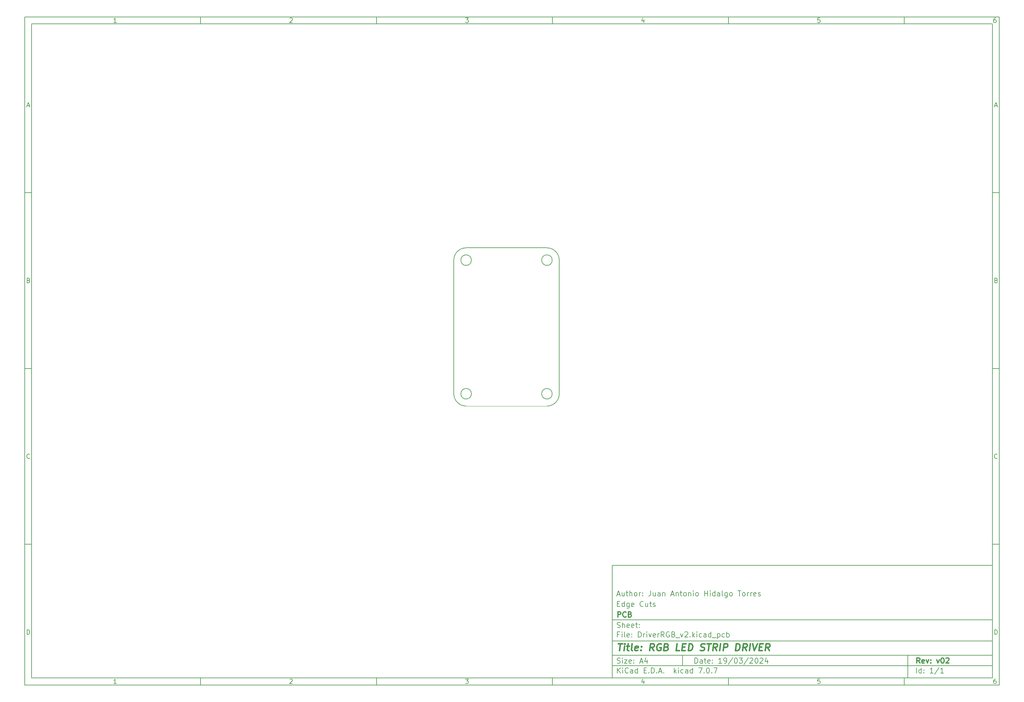
<source format=gm1>
%TF.GenerationSoftware,KiCad,Pcbnew,7.0.7*%
%TF.CreationDate,2024-06-25T18:17:05+02:00*%
%TF.ProjectId,DriverRGB_v2,44726976-6572-4524-9742-5f76322e6b69,v02*%
%TF.SameCoordinates,Original*%
%TF.FileFunction,Profile,NP*%
%FSLAX46Y46*%
G04 Gerber Fmt 4.6, Leading zero omitted, Abs format (unit mm)*
G04 Created by KiCad (PCBNEW 7.0.7) date 2024-06-25 18:17:05*
%MOMM*%
%LPD*%
G01*
G04 APERTURE LIST*
%ADD10C,0.100000*%
%ADD11C,0.150000*%
%ADD12C,0.300000*%
%ADD13C,0.400000*%
%TA.AperFunction,Profile*%
%ADD14C,0.150000*%
%TD*%
%TA.AperFunction,Profile*%
%ADD15C,0.100000*%
%TD*%
G04 APERTURE END LIST*
D10*
D11*
X177002200Y-166007200D02*
X285002200Y-166007200D01*
X285002200Y-198007200D01*
X177002200Y-198007200D01*
X177002200Y-166007200D01*
D10*
D11*
X10000000Y-10000000D02*
X287002200Y-10000000D01*
X287002200Y-200007200D01*
X10000000Y-200007200D01*
X10000000Y-10000000D01*
D10*
D11*
X12000000Y-12000000D02*
X285002200Y-12000000D01*
X285002200Y-198007200D01*
X12000000Y-198007200D01*
X12000000Y-12000000D01*
D10*
D11*
X60000000Y-12000000D02*
X60000000Y-10000000D01*
D10*
D11*
X110000000Y-12000000D02*
X110000000Y-10000000D01*
D10*
D11*
X160000000Y-12000000D02*
X160000000Y-10000000D01*
D10*
D11*
X210000000Y-12000000D02*
X210000000Y-10000000D01*
D10*
D11*
X260000000Y-12000000D02*
X260000000Y-10000000D01*
D10*
D11*
X36089160Y-11593604D02*
X35346303Y-11593604D01*
X35717731Y-11593604D02*
X35717731Y-10293604D01*
X35717731Y-10293604D02*
X35593922Y-10479319D01*
X35593922Y-10479319D02*
X35470112Y-10603128D01*
X35470112Y-10603128D02*
X35346303Y-10665033D01*
D10*
D11*
X85346303Y-10417414D02*
X85408207Y-10355509D01*
X85408207Y-10355509D02*
X85532017Y-10293604D01*
X85532017Y-10293604D02*
X85841541Y-10293604D01*
X85841541Y-10293604D02*
X85965350Y-10355509D01*
X85965350Y-10355509D02*
X86027255Y-10417414D01*
X86027255Y-10417414D02*
X86089160Y-10541223D01*
X86089160Y-10541223D02*
X86089160Y-10665033D01*
X86089160Y-10665033D02*
X86027255Y-10850747D01*
X86027255Y-10850747D02*
X85284398Y-11593604D01*
X85284398Y-11593604D02*
X86089160Y-11593604D01*
D10*
D11*
X135284398Y-10293604D02*
X136089160Y-10293604D01*
X136089160Y-10293604D02*
X135655826Y-10788842D01*
X135655826Y-10788842D02*
X135841541Y-10788842D01*
X135841541Y-10788842D02*
X135965350Y-10850747D01*
X135965350Y-10850747D02*
X136027255Y-10912652D01*
X136027255Y-10912652D02*
X136089160Y-11036461D01*
X136089160Y-11036461D02*
X136089160Y-11345985D01*
X136089160Y-11345985D02*
X136027255Y-11469795D01*
X136027255Y-11469795D02*
X135965350Y-11531700D01*
X135965350Y-11531700D02*
X135841541Y-11593604D01*
X135841541Y-11593604D02*
X135470112Y-11593604D01*
X135470112Y-11593604D02*
X135346303Y-11531700D01*
X135346303Y-11531700D02*
X135284398Y-11469795D01*
D10*
D11*
X185965350Y-10726938D02*
X185965350Y-11593604D01*
X185655826Y-10231700D02*
X185346303Y-11160271D01*
X185346303Y-11160271D02*
X186151064Y-11160271D01*
D10*
D11*
X236027255Y-10293604D02*
X235408207Y-10293604D01*
X235408207Y-10293604D02*
X235346303Y-10912652D01*
X235346303Y-10912652D02*
X235408207Y-10850747D01*
X235408207Y-10850747D02*
X235532017Y-10788842D01*
X235532017Y-10788842D02*
X235841541Y-10788842D01*
X235841541Y-10788842D02*
X235965350Y-10850747D01*
X235965350Y-10850747D02*
X236027255Y-10912652D01*
X236027255Y-10912652D02*
X236089160Y-11036461D01*
X236089160Y-11036461D02*
X236089160Y-11345985D01*
X236089160Y-11345985D02*
X236027255Y-11469795D01*
X236027255Y-11469795D02*
X235965350Y-11531700D01*
X235965350Y-11531700D02*
X235841541Y-11593604D01*
X235841541Y-11593604D02*
X235532017Y-11593604D01*
X235532017Y-11593604D02*
X235408207Y-11531700D01*
X235408207Y-11531700D02*
X235346303Y-11469795D01*
D10*
D11*
X285965350Y-10293604D02*
X285717731Y-10293604D01*
X285717731Y-10293604D02*
X285593922Y-10355509D01*
X285593922Y-10355509D02*
X285532017Y-10417414D01*
X285532017Y-10417414D02*
X285408207Y-10603128D01*
X285408207Y-10603128D02*
X285346303Y-10850747D01*
X285346303Y-10850747D02*
X285346303Y-11345985D01*
X285346303Y-11345985D02*
X285408207Y-11469795D01*
X285408207Y-11469795D02*
X285470112Y-11531700D01*
X285470112Y-11531700D02*
X285593922Y-11593604D01*
X285593922Y-11593604D02*
X285841541Y-11593604D01*
X285841541Y-11593604D02*
X285965350Y-11531700D01*
X285965350Y-11531700D02*
X286027255Y-11469795D01*
X286027255Y-11469795D02*
X286089160Y-11345985D01*
X286089160Y-11345985D02*
X286089160Y-11036461D01*
X286089160Y-11036461D02*
X286027255Y-10912652D01*
X286027255Y-10912652D02*
X285965350Y-10850747D01*
X285965350Y-10850747D02*
X285841541Y-10788842D01*
X285841541Y-10788842D02*
X285593922Y-10788842D01*
X285593922Y-10788842D02*
X285470112Y-10850747D01*
X285470112Y-10850747D02*
X285408207Y-10912652D01*
X285408207Y-10912652D02*
X285346303Y-11036461D01*
D10*
D11*
X60000000Y-198007200D02*
X60000000Y-200007200D01*
D10*
D11*
X110000000Y-198007200D02*
X110000000Y-200007200D01*
D10*
D11*
X160000000Y-198007200D02*
X160000000Y-200007200D01*
D10*
D11*
X210000000Y-198007200D02*
X210000000Y-200007200D01*
D10*
D11*
X260000000Y-198007200D02*
X260000000Y-200007200D01*
D10*
D11*
X36089160Y-199600804D02*
X35346303Y-199600804D01*
X35717731Y-199600804D02*
X35717731Y-198300804D01*
X35717731Y-198300804D02*
X35593922Y-198486519D01*
X35593922Y-198486519D02*
X35470112Y-198610328D01*
X35470112Y-198610328D02*
X35346303Y-198672233D01*
D10*
D11*
X85346303Y-198424614D02*
X85408207Y-198362709D01*
X85408207Y-198362709D02*
X85532017Y-198300804D01*
X85532017Y-198300804D02*
X85841541Y-198300804D01*
X85841541Y-198300804D02*
X85965350Y-198362709D01*
X85965350Y-198362709D02*
X86027255Y-198424614D01*
X86027255Y-198424614D02*
X86089160Y-198548423D01*
X86089160Y-198548423D02*
X86089160Y-198672233D01*
X86089160Y-198672233D02*
X86027255Y-198857947D01*
X86027255Y-198857947D02*
X85284398Y-199600804D01*
X85284398Y-199600804D02*
X86089160Y-199600804D01*
D10*
D11*
X135284398Y-198300804D02*
X136089160Y-198300804D01*
X136089160Y-198300804D02*
X135655826Y-198796042D01*
X135655826Y-198796042D02*
X135841541Y-198796042D01*
X135841541Y-198796042D02*
X135965350Y-198857947D01*
X135965350Y-198857947D02*
X136027255Y-198919852D01*
X136027255Y-198919852D02*
X136089160Y-199043661D01*
X136089160Y-199043661D02*
X136089160Y-199353185D01*
X136089160Y-199353185D02*
X136027255Y-199476995D01*
X136027255Y-199476995D02*
X135965350Y-199538900D01*
X135965350Y-199538900D02*
X135841541Y-199600804D01*
X135841541Y-199600804D02*
X135470112Y-199600804D01*
X135470112Y-199600804D02*
X135346303Y-199538900D01*
X135346303Y-199538900D02*
X135284398Y-199476995D01*
D10*
D11*
X185965350Y-198734138D02*
X185965350Y-199600804D01*
X185655826Y-198238900D02*
X185346303Y-199167471D01*
X185346303Y-199167471D02*
X186151064Y-199167471D01*
D10*
D11*
X236027255Y-198300804D02*
X235408207Y-198300804D01*
X235408207Y-198300804D02*
X235346303Y-198919852D01*
X235346303Y-198919852D02*
X235408207Y-198857947D01*
X235408207Y-198857947D02*
X235532017Y-198796042D01*
X235532017Y-198796042D02*
X235841541Y-198796042D01*
X235841541Y-198796042D02*
X235965350Y-198857947D01*
X235965350Y-198857947D02*
X236027255Y-198919852D01*
X236027255Y-198919852D02*
X236089160Y-199043661D01*
X236089160Y-199043661D02*
X236089160Y-199353185D01*
X236089160Y-199353185D02*
X236027255Y-199476995D01*
X236027255Y-199476995D02*
X235965350Y-199538900D01*
X235965350Y-199538900D02*
X235841541Y-199600804D01*
X235841541Y-199600804D02*
X235532017Y-199600804D01*
X235532017Y-199600804D02*
X235408207Y-199538900D01*
X235408207Y-199538900D02*
X235346303Y-199476995D01*
D10*
D11*
X285965350Y-198300804D02*
X285717731Y-198300804D01*
X285717731Y-198300804D02*
X285593922Y-198362709D01*
X285593922Y-198362709D02*
X285532017Y-198424614D01*
X285532017Y-198424614D02*
X285408207Y-198610328D01*
X285408207Y-198610328D02*
X285346303Y-198857947D01*
X285346303Y-198857947D02*
X285346303Y-199353185D01*
X285346303Y-199353185D02*
X285408207Y-199476995D01*
X285408207Y-199476995D02*
X285470112Y-199538900D01*
X285470112Y-199538900D02*
X285593922Y-199600804D01*
X285593922Y-199600804D02*
X285841541Y-199600804D01*
X285841541Y-199600804D02*
X285965350Y-199538900D01*
X285965350Y-199538900D02*
X286027255Y-199476995D01*
X286027255Y-199476995D02*
X286089160Y-199353185D01*
X286089160Y-199353185D02*
X286089160Y-199043661D01*
X286089160Y-199043661D02*
X286027255Y-198919852D01*
X286027255Y-198919852D02*
X285965350Y-198857947D01*
X285965350Y-198857947D02*
X285841541Y-198796042D01*
X285841541Y-198796042D02*
X285593922Y-198796042D01*
X285593922Y-198796042D02*
X285470112Y-198857947D01*
X285470112Y-198857947D02*
X285408207Y-198919852D01*
X285408207Y-198919852D02*
X285346303Y-199043661D01*
D10*
D11*
X10000000Y-60000000D02*
X12000000Y-60000000D01*
D10*
D11*
X10000000Y-110000000D02*
X12000000Y-110000000D01*
D10*
D11*
X10000000Y-160000000D02*
X12000000Y-160000000D01*
D10*
D11*
X10690476Y-35222176D02*
X11309523Y-35222176D01*
X10566666Y-35593604D02*
X10999999Y-34293604D01*
X10999999Y-34293604D02*
X11433333Y-35593604D01*
D10*
D11*
X11092857Y-84912652D02*
X11278571Y-84974557D01*
X11278571Y-84974557D02*
X11340476Y-85036461D01*
X11340476Y-85036461D02*
X11402380Y-85160271D01*
X11402380Y-85160271D02*
X11402380Y-85345985D01*
X11402380Y-85345985D02*
X11340476Y-85469795D01*
X11340476Y-85469795D02*
X11278571Y-85531700D01*
X11278571Y-85531700D02*
X11154761Y-85593604D01*
X11154761Y-85593604D02*
X10659523Y-85593604D01*
X10659523Y-85593604D02*
X10659523Y-84293604D01*
X10659523Y-84293604D02*
X11092857Y-84293604D01*
X11092857Y-84293604D02*
X11216666Y-84355509D01*
X11216666Y-84355509D02*
X11278571Y-84417414D01*
X11278571Y-84417414D02*
X11340476Y-84541223D01*
X11340476Y-84541223D02*
X11340476Y-84665033D01*
X11340476Y-84665033D02*
X11278571Y-84788842D01*
X11278571Y-84788842D02*
X11216666Y-84850747D01*
X11216666Y-84850747D02*
X11092857Y-84912652D01*
X11092857Y-84912652D02*
X10659523Y-84912652D01*
D10*
D11*
X11402380Y-135469795D02*
X11340476Y-135531700D01*
X11340476Y-135531700D02*
X11154761Y-135593604D01*
X11154761Y-135593604D02*
X11030952Y-135593604D01*
X11030952Y-135593604D02*
X10845238Y-135531700D01*
X10845238Y-135531700D02*
X10721428Y-135407890D01*
X10721428Y-135407890D02*
X10659523Y-135284080D01*
X10659523Y-135284080D02*
X10597619Y-135036461D01*
X10597619Y-135036461D02*
X10597619Y-134850747D01*
X10597619Y-134850747D02*
X10659523Y-134603128D01*
X10659523Y-134603128D02*
X10721428Y-134479319D01*
X10721428Y-134479319D02*
X10845238Y-134355509D01*
X10845238Y-134355509D02*
X11030952Y-134293604D01*
X11030952Y-134293604D02*
X11154761Y-134293604D01*
X11154761Y-134293604D02*
X11340476Y-134355509D01*
X11340476Y-134355509D02*
X11402380Y-134417414D01*
D10*
D11*
X10659523Y-185593604D02*
X10659523Y-184293604D01*
X10659523Y-184293604D02*
X10969047Y-184293604D01*
X10969047Y-184293604D02*
X11154761Y-184355509D01*
X11154761Y-184355509D02*
X11278571Y-184479319D01*
X11278571Y-184479319D02*
X11340476Y-184603128D01*
X11340476Y-184603128D02*
X11402380Y-184850747D01*
X11402380Y-184850747D02*
X11402380Y-185036461D01*
X11402380Y-185036461D02*
X11340476Y-185284080D01*
X11340476Y-185284080D02*
X11278571Y-185407890D01*
X11278571Y-185407890D02*
X11154761Y-185531700D01*
X11154761Y-185531700D02*
X10969047Y-185593604D01*
X10969047Y-185593604D02*
X10659523Y-185593604D01*
D10*
D11*
X287002200Y-60000000D02*
X285002200Y-60000000D01*
D10*
D11*
X287002200Y-110000000D02*
X285002200Y-110000000D01*
D10*
D11*
X287002200Y-160000000D02*
X285002200Y-160000000D01*
D10*
D11*
X285692676Y-35222176D02*
X286311723Y-35222176D01*
X285568866Y-35593604D02*
X286002199Y-34293604D01*
X286002199Y-34293604D02*
X286435533Y-35593604D01*
D10*
D11*
X286095057Y-84912652D02*
X286280771Y-84974557D01*
X286280771Y-84974557D02*
X286342676Y-85036461D01*
X286342676Y-85036461D02*
X286404580Y-85160271D01*
X286404580Y-85160271D02*
X286404580Y-85345985D01*
X286404580Y-85345985D02*
X286342676Y-85469795D01*
X286342676Y-85469795D02*
X286280771Y-85531700D01*
X286280771Y-85531700D02*
X286156961Y-85593604D01*
X286156961Y-85593604D02*
X285661723Y-85593604D01*
X285661723Y-85593604D02*
X285661723Y-84293604D01*
X285661723Y-84293604D02*
X286095057Y-84293604D01*
X286095057Y-84293604D02*
X286218866Y-84355509D01*
X286218866Y-84355509D02*
X286280771Y-84417414D01*
X286280771Y-84417414D02*
X286342676Y-84541223D01*
X286342676Y-84541223D02*
X286342676Y-84665033D01*
X286342676Y-84665033D02*
X286280771Y-84788842D01*
X286280771Y-84788842D02*
X286218866Y-84850747D01*
X286218866Y-84850747D02*
X286095057Y-84912652D01*
X286095057Y-84912652D02*
X285661723Y-84912652D01*
D10*
D11*
X286404580Y-135469795D02*
X286342676Y-135531700D01*
X286342676Y-135531700D02*
X286156961Y-135593604D01*
X286156961Y-135593604D02*
X286033152Y-135593604D01*
X286033152Y-135593604D02*
X285847438Y-135531700D01*
X285847438Y-135531700D02*
X285723628Y-135407890D01*
X285723628Y-135407890D02*
X285661723Y-135284080D01*
X285661723Y-135284080D02*
X285599819Y-135036461D01*
X285599819Y-135036461D02*
X285599819Y-134850747D01*
X285599819Y-134850747D02*
X285661723Y-134603128D01*
X285661723Y-134603128D02*
X285723628Y-134479319D01*
X285723628Y-134479319D02*
X285847438Y-134355509D01*
X285847438Y-134355509D02*
X286033152Y-134293604D01*
X286033152Y-134293604D02*
X286156961Y-134293604D01*
X286156961Y-134293604D02*
X286342676Y-134355509D01*
X286342676Y-134355509D02*
X286404580Y-134417414D01*
D10*
D11*
X285661723Y-185593604D02*
X285661723Y-184293604D01*
X285661723Y-184293604D02*
X285971247Y-184293604D01*
X285971247Y-184293604D02*
X286156961Y-184355509D01*
X286156961Y-184355509D02*
X286280771Y-184479319D01*
X286280771Y-184479319D02*
X286342676Y-184603128D01*
X286342676Y-184603128D02*
X286404580Y-184850747D01*
X286404580Y-184850747D02*
X286404580Y-185036461D01*
X286404580Y-185036461D02*
X286342676Y-185284080D01*
X286342676Y-185284080D02*
X286280771Y-185407890D01*
X286280771Y-185407890D02*
X286156961Y-185531700D01*
X286156961Y-185531700D02*
X285971247Y-185593604D01*
X285971247Y-185593604D02*
X285661723Y-185593604D01*
D10*
D11*
X200458026Y-193793328D02*
X200458026Y-192293328D01*
X200458026Y-192293328D02*
X200815169Y-192293328D01*
X200815169Y-192293328D02*
X201029455Y-192364757D01*
X201029455Y-192364757D02*
X201172312Y-192507614D01*
X201172312Y-192507614D02*
X201243741Y-192650471D01*
X201243741Y-192650471D02*
X201315169Y-192936185D01*
X201315169Y-192936185D02*
X201315169Y-193150471D01*
X201315169Y-193150471D02*
X201243741Y-193436185D01*
X201243741Y-193436185D02*
X201172312Y-193579042D01*
X201172312Y-193579042D02*
X201029455Y-193721900D01*
X201029455Y-193721900D02*
X200815169Y-193793328D01*
X200815169Y-193793328D02*
X200458026Y-193793328D01*
X202600884Y-193793328D02*
X202600884Y-193007614D01*
X202600884Y-193007614D02*
X202529455Y-192864757D01*
X202529455Y-192864757D02*
X202386598Y-192793328D01*
X202386598Y-192793328D02*
X202100884Y-192793328D01*
X202100884Y-192793328D02*
X201958026Y-192864757D01*
X202600884Y-193721900D02*
X202458026Y-193793328D01*
X202458026Y-193793328D02*
X202100884Y-193793328D01*
X202100884Y-193793328D02*
X201958026Y-193721900D01*
X201958026Y-193721900D02*
X201886598Y-193579042D01*
X201886598Y-193579042D02*
X201886598Y-193436185D01*
X201886598Y-193436185D02*
X201958026Y-193293328D01*
X201958026Y-193293328D02*
X202100884Y-193221900D01*
X202100884Y-193221900D02*
X202458026Y-193221900D01*
X202458026Y-193221900D02*
X202600884Y-193150471D01*
X203100884Y-192793328D02*
X203672312Y-192793328D01*
X203315169Y-192293328D02*
X203315169Y-193579042D01*
X203315169Y-193579042D02*
X203386598Y-193721900D01*
X203386598Y-193721900D02*
X203529455Y-193793328D01*
X203529455Y-193793328D02*
X203672312Y-193793328D01*
X204743741Y-193721900D02*
X204600884Y-193793328D01*
X204600884Y-193793328D02*
X204315170Y-193793328D01*
X204315170Y-193793328D02*
X204172312Y-193721900D01*
X204172312Y-193721900D02*
X204100884Y-193579042D01*
X204100884Y-193579042D02*
X204100884Y-193007614D01*
X204100884Y-193007614D02*
X204172312Y-192864757D01*
X204172312Y-192864757D02*
X204315170Y-192793328D01*
X204315170Y-192793328D02*
X204600884Y-192793328D01*
X204600884Y-192793328D02*
X204743741Y-192864757D01*
X204743741Y-192864757D02*
X204815170Y-193007614D01*
X204815170Y-193007614D02*
X204815170Y-193150471D01*
X204815170Y-193150471D02*
X204100884Y-193293328D01*
X205458026Y-193650471D02*
X205529455Y-193721900D01*
X205529455Y-193721900D02*
X205458026Y-193793328D01*
X205458026Y-193793328D02*
X205386598Y-193721900D01*
X205386598Y-193721900D02*
X205458026Y-193650471D01*
X205458026Y-193650471D02*
X205458026Y-193793328D01*
X205458026Y-192864757D02*
X205529455Y-192936185D01*
X205529455Y-192936185D02*
X205458026Y-193007614D01*
X205458026Y-193007614D02*
X205386598Y-192936185D01*
X205386598Y-192936185D02*
X205458026Y-192864757D01*
X205458026Y-192864757D02*
X205458026Y-193007614D01*
X208100884Y-193793328D02*
X207243741Y-193793328D01*
X207672312Y-193793328D02*
X207672312Y-192293328D01*
X207672312Y-192293328D02*
X207529455Y-192507614D01*
X207529455Y-192507614D02*
X207386598Y-192650471D01*
X207386598Y-192650471D02*
X207243741Y-192721900D01*
X208815169Y-193793328D02*
X209100883Y-193793328D01*
X209100883Y-193793328D02*
X209243740Y-193721900D01*
X209243740Y-193721900D02*
X209315169Y-193650471D01*
X209315169Y-193650471D02*
X209458026Y-193436185D01*
X209458026Y-193436185D02*
X209529455Y-193150471D01*
X209529455Y-193150471D02*
X209529455Y-192579042D01*
X209529455Y-192579042D02*
X209458026Y-192436185D01*
X209458026Y-192436185D02*
X209386598Y-192364757D01*
X209386598Y-192364757D02*
X209243740Y-192293328D01*
X209243740Y-192293328D02*
X208958026Y-192293328D01*
X208958026Y-192293328D02*
X208815169Y-192364757D01*
X208815169Y-192364757D02*
X208743740Y-192436185D01*
X208743740Y-192436185D02*
X208672312Y-192579042D01*
X208672312Y-192579042D02*
X208672312Y-192936185D01*
X208672312Y-192936185D02*
X208743740Y-193079042D01*
X208743740Y-193079042D02*
X208815169Y-193150471D01*
X208815169Y-193150471D02*
X208958026Y-193221900D01*
X208958026Y-193221900D02*
X209243740Y-193221900D01*
X209243740Y-193221900D02*
X209386598Y-193150471D01*
X209386598Y-193150471D02*
X209458026Y-193079042D01*
X209458026Y-193079042D02*
X209529455Y-192936185D01*
X211243740Y-192221900D02*
X209958026Y-194150471D01*
X212029455Y-192293328D02*
X212172312Y-192293328D01*
X212172312Y-192293328D02*
X212315169Y-192364757D01*
X212315169Y-192364757D02*
X212386598Y-192436185D01*
X212386598Y-192436185D02*
X212458026Y-192579042D01*
X212458026Y-192579042D02*
X212529455Y-192864757D01*
X212529455Y-192864757D02*
X212529455Y-193221900D01*
X212529455Y-193221900D02*
X212458026Y-193507614D01*
X212458026Y-193507614D02*
X212386598Y-193650471D01*
X212386598Y-193650471D02*
X212315169Y-193721900D01*
X212315169Y-193721900D02*
X212172312Y-193793328D01*
X212172312Y-193793328D02*
X212029455Y-193793328D01*
X212029455Y-193793328D02*
X211886598Y-193721900D01*
X211886598Y-193721900D02*
X211815169Y-193650471D01*
X211815169Y-193650471D02*
X211743740Y-193507614D01*
X211743740Y-193507614D02*
X211672312Y-193221900D01*
X211672312Y-193221900D02*
X211672312Y-192864757D01*
X211672312Y-192864757D02*
X211743740Y-192579042D01*
X211743740Y-192579042D02*
X211815169Y-192436185D01*
X211815169Y-192436185D02*
X211886598Y-192364757D01*
X211886598Y-192364757D02*
X212029455Y-192293328D01*
X213029454Y-192293328D02*
X213958026Y-192293328D01*
X213958026Y-192293328D02*
X213458026Y-192864757D01*
X213458026Y-192864757D02*
X213672311Y-192864757D01*
X213672311Y-192864757D02*
X213815169Y-192936185D01*
X213815169Y-192936185D02*
X213886597Y-193007614D01*
X213886597Y-193007614D02*
X213958026Y-193150471D01*
X213958026Y-193150471D02*
X213958026Y-193507614D01*
X213958026Y-193507614D02*
X213886597Y-193650471D01*
X213886597Y-193650471D02*
X213815169Y-193721900D01*
X213815169Y-193721900D02*
X213672311Y-193793328D01*
X213672311Y-193793328D02*
X213243740Y-193793328D01*
X213243740Y-193793328D02*
X213100883Y-193721900D01*
X213100883Y-193721900D02*
X213029454Y-193650471D01*
X215672311Y-192221900D02*
X214386597Y-194150471D01*
X216100883Y-192436185D02*
X216172311Y-192364757D01*
X216172311Y-192364757D02*
X216315169Y-192293328D01*
X216315169Y-192293328D02*
X216672311Y-192293328D01*
X216672311Y-192293328D02*
X216815169Y-192364757D01*
X216815169Y-192364757D02*
X216886597Y-192436185D01*
X216886597Y-192436185D02*
X216958026Y-192579042D01*
X216958026Y-192579042D02*
X216958026Y-192721900D01*
X216958026Y-192721900D02*
X216886597Y-192936185D01*
X216886597Y-192936185D02*
X216029454Y-193793328D01*
X216029454Y-193793328D02*
X216958026Y-193793328D01*
X217886597Y-192293328D02*
X218029454Y-192293328D01*
X218029454Y-192293328D02*
X218172311Y-192364757D01*
X218172311Y-192364757D02*
X218243740Y-192436185D01*
X218243740Y-192436185D02*
X218315168Y-192579042D01*
X218315168Y-192579042D02*
X218386597Y-192864757D01*
X218386597Y-192864757D02*
X218386597Y-193221900D01*
X218386597Y-193221900D02*
X218315168Y-193507614D01*
X218315168Y-193507614D02*
X218243740Y-193650471D01*
X218243740Y-193650471D02*
X218172311Y-193721900D01*
X218172311Y-193721900D02*
X218029454Y-193793328D01*
X218029454Y-193793328D02*
X217886597Y-193793328D01*
X217886597Y-193793328D02*
X217743740Y-193721900D01*
X217743740Y-193721900D02*
X217672311Y-193650471D01*
X217672311Y-193650471D02*
X217600882Y-193507614D01*
X217600882Y-193507614D02*
X217529454Y-193221900D01*
X217529454Y-193221900D02*
X217529454Y-192864757D01*
X217529454Y-192864757D02*
X217600882Y-192579042D01*
X217600882Y-192579042D02*
X217672311Y-192436185D01*
X217672311Y-192436185D02*
X217743740Y-192364757D01*
X217743740Y-192364757D02*
X217886597Y-192293328D01*
X218958025Y-192436185D02*
X219029453Y-192364757D01*
X219029453Y-192364757D02*
X219172311Y-192293328D01*
X219172311Y-192293328D02*
X219529453Y-192293328D01*
X219529453Y-192293328D02*
X219672311Y-192364757D01*
X219672311Y-192364757D02*
X219743739Y-192436185D01*
X219743739Y-192436185D02*
X219815168Y-192579042D01*
X219815168Y-192579042D02*
X219815168Y-192721900D01*
X219815168Y-192721900D02*
X219743739Y-192936185D01*
X219743739Y-192936185D02*
X218886596Y-193793328D01*
X218886596Y-193793328D02*
X219815168Y-193793328D01*
X221100882Y-192793328D02*
X221100882Y-193793328D01*
X220743739Y-192221900D02*
X220386596Y-193293328D01*
X220386596Y-193293328D02*
X221315167Y-193293328D01*
D10*
D11*
X177002200Y-194507200D02*
X285002200Y-194507200D01*
D10*
D11*
X178458026Y-196593328D02*
X178458026Y-195093328D01*
X179315169Y-196593328D02*
X178672312Y-195736185D01*
X179315169Y-195093328D02*
X178458026Y-195950471D01*
X179958026Y-196593328D02*
X179958026Y-195593328D01*
X179958026Y-195093328D02*
X179886598Y-195164757D01*
X179886598Y-195164757D02*
X179958026Y-195236185D01*
X179958026Y-195236185D02*
X180029455Y-195164757D01*
X180029455Y-195164757D02*
X179958026Y-195093328D01*
X179958026Y-195093328D02*
X179958026Y-195236185D01*
X181529455Y-196450471D02*
X181458027Y-196521900D01*
X181458027Y-196521900D02*
X181243741Y-196593328D01*
X181243741Y-196593328D02*
X181100884Y-196593328D01*
X181100884Y-196593328D02*
X180886598Y-196521900D01*
X180886598Y-196521900D02*
X180743741Y-196379042D01*
X180743741Y-196379042D02*
X180672312Y-196236185D01*
X180672312Y-196236185D02*
X180600884Y-195950471D01*
X180600884Y-195950471D02*
X180600884Y-195736185D01*
X180600884Y-195736185D02*
X180672312Y-195450471D01*
X180672312Y-195450471D02*
X180743741Y-195307614D01*
X180743741Y-195307614D02*
X180886598Y-195164757D01*
X180886598Y-195164757D02*
X181100884Y-195093328D01*
X181100884Y-195093328D02*
X181243741Y-195093328D01*
X181243741Y-195093328D02*
X181458027Y-195164757D01*
X181458027Y-195164757D02*
X181529455Y-195236185D01*
X182815170Y-196593328D02*
X182815170Y-195807614D01*
X182815170Y-195807614D02*
X182743741Y-195664757D01*
X182743741Y-195664757D02*
X182600884Y-195593328D01*
X182600884Y-195593328D02*
X182315170Y-195593328D01*
X182315170Y-195593328D02*
X182172312Y-195664757D01*
X182815170Y-196521900D02*
X182672312Y-196593328D01*
X182672312Y-196593328D02*
X182315170Y-196593328D01*
X182315170Y-196593328D02*
X182172312Y-196521900D01*
X182172312Y-196521900D02*
X182100884Y-196379042D01*
X182100884Y-196379042D02*
X182100884Y-196236185D01*
X182100884Y-196236185D02*
X182172312Y-196093328D01*
X182172312Y-196093328D02*
X182315170Y-196021900D01*
X182315170Y-196021900D02*
X182672312Y-196021900D01*
X182672312Y-196021900D02*
X182815170Y-195950471D01*
X184172313Y-196593328D02*
X184172313Y-195093328D01*
X184172313Y-196521900D02*
X184029455Y-196593328D01*
X184029455Y-196593328D02*
X183743741Y-196593328D01*
X183743741Y-196593328D02*
X183600884Y-196521900D01*
X183600884Y-196521900D02*
X183529455Y-196450471D01*
X183529455Y-196450471D02*
X183458027Y-196307614D01*
X183458027Y-196307614D02*
X183458027Y-195879042D01*
X183458027Y-195879042D02*
X183529455Y-195736185D01*
X183529455Y-195736185D02*
X183600884Y-195664757D01*
X183600884Y-195664757D02*
X183743741Y-195593328D01*
X183743741Y-195593328D02*
X184029455Y-195593328D01*
X184029455Y-195593328D02*
X184172313Y-195664757D01*
X186029455Y-195807614D02*
X186529455Y-195807614D01*
X186743741Y-196593328D02*
X186029455Y-196593328D01*
X186029455Y-196593328D02*
X186029455Y-195093328D01*
X186029455Y-195093328D02*
X186743741Y-195093328D01*
X187386598Y-196450471D02*
X187458027Y-196521900D01*
X187458027Y-196521900D02*
X187386598Y-196593328D01*
X187386598Y-196593328D02*
X187315170Y-196521900D01*
X187315170Y-196521900D02*
X187386598Y-196450471D01*
X187386598Y-196450471D02*
X187386598Y-196593328D01*
X188100884Y-196593328D02*
X188100884Y-195093328D01*
X188100884Y-195093328D02*
X188458027Y-195093328D01*
X188458027Y-195093328D02*
X188672313Y-195164757D01*
X188672313Y-195164757D02*
X188815170Y-195307614D01*
X188815170Y-195307614D02*
X188886599Y-195450471D01*
X188886599Y-195450471D02*
X188958027Y-195736185D01*
X188958027Y-195736185D02*
X188958027Y-195950471D01*
X188958027Y-195950471D02*
X188886599Y-196236185D01*
X188886599Y-196236185D02*
X188815170Y-196379042D01*
X188815170Y-196379042D02*
X188672313Y-196521900D01*
X188672313Y-196521900D02*
X188458027Y-196593328D01*
X188458027Y-196593328D02*
X188100884Y-196593328D01*
X189600884Y-196450471D02*
X189672313Y-196521900D01*
X189672313Y-196521900D02*
X189600884Y-196593328D01*
X189600884Y-196593328D02*
X189529456Y-196521900D01*
X189529456Y-196521900D02*
X189600884Y-196450471D01*
X189600884Y-196450471D02*
X189600884Y-196593328D01*
X190243742Y-196164757D02*
X190958028Y-196164757D01*
X190100885Y-196593328D02*
X190600885Y-195093328D01*
X190600885Y-195093328D02*
X191100885Y-196593328D01*
X191600884Y-196450471D02*
X191672313Y-196521900D01*
X191672313Y-196521900D02*
X191600884Y-196593328D01*
X191600884Y-196593328D02*
X191529456Y-196521900D01*
X191529456Y-196521900D02*
X191600884Y-196450471D01*
X191600884Y-196450471D02*
X191600884Y-196593328D01*
X194600884Y-196593328D02*
X194600884Y-195093328D01*
X194743742Y-196021900D02*
X195172313Y-196593328D01*
X195172313Y-195593328D02*
X194600884Y-196164757D01*
X195815170Y-196593328D02*
X195815170Y-195593328D01*
X195815170Y-195093328D02*
X195743742Y-195164757D01*
X195743742Y-195164757D02*
X195815170Y-195236185D01*
X195815170Y-195236185D02*
X195886599Y-195164757D01*
X195886599Y-195164757D02*
X195815170Y-195093328D01*
X195815170Y-195093328D02*
X195815170Y-195236185D01*
X197172314Y-196521900D02*
X197029456Y-196593328D01*
X197029456Y-196593328D02*
X196743742Y-196593328D01*
X196743742Y-196593328D02*
X196600885Y-196521900D01*
X196600885Y-196521900D02*
X196529456Y-196450471D01*
X196529456Y-196450471D02*
X196458028Y-196307614D01*
X196458028Y-196307614D02*
X196458028Y-195879042D01*
X196458028Y-195879042D02*
X196529456Y-195736185D01*
X196529456Y-195736185D02*
X196600885Y-195664757D01*
X196600885Y-195664757D02*
X196743742Y-195593328D01*
X196743742Y-195593328D02*
X197029456Y-195593328D01*
X197029456Y-195593328D02*
X197172314Y-195664757D01*
X198458028Y-196593328D02*
X198458028Y-195807614D01*
X198458028Y-195807614D02*
X198386599Y-195664757D01*
X198386599Y-195664757D02*
X198243742Y-195593328D01*
X198243742Y-195593328D02*
X197958028Y-195593328D01*
X197958028Y-195593328D02*
X197815170Y-195664757D01*
X198458028Y-196521900D02*
X198315170Y-196593328D01*
X198315170Y-196593328D02*
X197958028Y-196593328D01*
X197958028Y-196593328D02*
X197815170Y-196521900D01*
X197815170Y-196521900D02*
X197743742Y-196379042D01*
X197743742Y-196379042D02*
X197743742Y-196236185D01*
X197743742Y-196236185D02*
X197815170Y-196093328D01*
X197815170Y-196093328D02*
X197958028Y-196021900D01*
X197958028Y-196021900D02*
X198315170Y-196021900D01*
X198315170Y-196021900D02*
X198458028Y-195950471D01*
X199815171Y-196593328D02*
X199815171Y-195093328D01*
X199815171Y-196521900D02*
X199672313Y-196593328D01*
X199672313Y-196593328D02*
X199386599Y-196593328D01*
X199386599Y-196593328D02*
X199243742Y-196521900D01*
X199243742Y-196521900D02*
X199172313Y-196450471D01*
X199172313Y-196450471D02*
X199100885Y-196307614D01*
X199100885Y-196307614D02*
X199100885Y-195879042D01*
X199100885Y-195879042D02*
X199172313Y-195736185D01*
X199172313Y-195736185D02*
X199243742Y-195664757D01*
X199243742Y-195664757D02*
X199386599Y-195593328D01*
X199386599Y-195593328D02*
X199672313Y-195593328D01*
X199672313Y-195593328D02*
X199815171Y-195664757D01*
X201529456Y-195093328D02*
X202529456Y-195093328D01*
X202529456Y-195093328D02*
X201886599Y-196593328D01*
X203100884Y-196450471D02*
X203172313Y-196521900D01*
X203172313Y-196521900D02*
X203100884Y-196593328D01*
X203100884Y-196593328D02*
X203029456Y-196521900D01*
X203029456Y-196521900D02*
X203100884Y-196450471D01*
X203100884Y-196450471D02*
X203100884Y-196593328D01*
X204100885Y-195093328D02*
X204243742Y-195093328D01*
X204243742Y-195093328D02*
X204386599Y-195164757D01*
X204386599Y-195164757D02*
X204458028Y-195236185D01*
X204458028Y-195236185D02*
X204529456Y-195379042D01*
X204529456Y-195379042D02*
X204600885Y-195664757D01*
X204600885Y-195664757D02*
X204600885Y-196021900D01*
X204600885Y-196021900D02*
X204529456Y-196307614D01*
X204529456Y-196307614D02*
X204458028Y-196450471D01*
X204458028Y-196450471D02*
X204386599Y-196521900D01*
X204386599Y-196521900D02*
X204243742Y-196593328D01*
X204243742Y-196593328D02*
X204100885Y-196593328D01*
X204100885Y-196593328D02*
X203958028Y-196521900D01*
X203958028Y-196521900D02*
X203886599Y-196450471D01*
X203886599Y-196450471D02*
X203815170Y-196307614D01*
X203815170Y-196307614D02*
X203743742Y-196021900D01*
X203743742Y-196021900D02*
X203743742Y-195664757D01*
X203743742Y-195664757D02*
X203815170Y-195379042D01*
X203815170Y-195379042D02*
X203886599Y-195236185D01*
X203886599Y-195236185D02*
X203958028Y-195164757D01*
X203958028Y-195164757D02*
X204100885Y-195093328D01*
X205243741Y-196450471D02*
X205315170Y-196521900D01*
X205315170Y-196521900D02*
X205243741Y-196593328D01*
X205243741Y-196593328D02*
X205172313Y-196521900D01*
X205172313Y-196521900D02*
X205243741Y-196450471D01*
X205243741Y-196450471D02*
X205243741Y-196593328D01*
X205815170Y-195093328D02*
X206815170Y-195093328D01*
X206815170Y-195093328D02*
X206172313Y-196593328D01*
D10*
D11*
X177002200Y-191507200D02*
X285002200Y-191507200D01*
D10*
D12*
X264413853Y-193785528D02*
X263913853Y-193071242D01*
X263556710Y-193785528D02*
X263556710Y-192285528D01*
X263556710Y-192285528D02*
X264128139Y-192285528D01*
X264128139Y-192285528D02*
X264270996Y-192356957D01*
X264270996Y-192356957D02*
X264342425Y-192428385D01*
X264342425Y-192428385D02*
X264413853Y-192571242D01*
X264413853Y-192571242D02*
X264413853Y-192785528D01*
X264413853Y-192785528D02*
X264342425Y-192928385D01*
X264342425Y-192928385D02*
X264270996Y-192999814D01*
X264270996Y-192999814D02*
X264128139Y-193071242D01*
X264128139Y-193071242D02*
X263556710Y-193071242D01*
X265628139Y-193714100D02*
X265485282Y-193785528D01*
X265485282Y-193785528D02*
X265199568Y-193785528D01*
X265199568Y-193785528D02*
X265056710Y-193714100D01*
X265056710Y-193714100D02*
X264985282Y-193571242D01*
X264985282Y-193571242D02*
X264985282Y-192999814D01*
X264985282Y-192999814D02*
X265056710Y-192856957D01*
X265056710Y-192856957D02*
X265199568Y-192785528D01*
X265199568Y-192785528D02*
X265485282Y-192785528D01*
X265485282Y-192785528D02*
X265628139Y-192856957D01*
X265628139Y-192856957D02*
X265699568Y-192999814D01*
X265699568Y-192999814D02*
X265699568Y-193142671D01*
X265699568Y-193142671D02*
X264985282Y-193285528D01*
X266199567Y-192785528D02*
X266556710Y-193785528D01*
X266556710Y-193785528D02*
X266913853Y-192785528D01*
X267485281Y-193642671D02*
X267556710Y-193714100D01*
X267556710Y-193714100D02*
X267485281Y-193785528D01*
X267485281Y-193785528D02*
X267413853Y-193714100D01*
X267413853Y-193714100D02*
X267485281Y-193642671D01*
X267485281Y-193642671D02*
X267485281Y-193785528D01*
X267485281Y-192856957D02*
X267556710Y-192928385D01*
X267556710Y-192928385D02*
X267485281Y-192999814D01*
X267485281Y-192999814D02*
X267413853Y-192928385D01*
X267413853Y-192928385D02*
X267485281Y-192856957D01*
X267485281Y-192856957D02*
X267485281Y-192999814D01*
X269199567Y-192785528D02*
X269556710Y-193785528D01*
X269556710Y-193785528D02*
X269913853Y-192785528D01*
X270770996Y-192285528D02*
X270913853Y-192285528D01*
X270913853Y-192285528D02*
X271056710Y-192356957D01*
X271056710Y-192356957D02*
X271128139Y-192428385D01*
X271128139Y-192428385D02*
X271199567Y-192571242D01*
X271199567Y-192571242D02*
X271270996Y-192856957D01*
X271270996Y-192856957D02*
X271270996Y-193214100D01*
X271270996Y-193214100D02*
X271199567Y-193499814D01*
X271199567Y-193499814D02*
X271128139Y-193642671D01*
X271128139Y-193642671D02*
X271056710Y-193714100D01*
X271056710Y-193714100D02*
X270913853Y-193785528D01*
X270913853Y-193785528D02*
X270770996Y-193785528D01*
X270770996Y-193785528D02*
X270628139Y-193714100D01*
X270628139Y-193714100D02*
X270556710Y-193642671D01*
X270556710Y-193642671D02*
X270485281Y-193499814D01*
X270485281Y-193499814D02*
X270413853Y-193214100D01*
X270413853Y-193214100D02*
X270413853Y-192856957D01*
X270413853Y-192856957D02*
X270485281Y-192571242D01*
X270485281Y-192571242D02*
X270556710Y-192428385D01*
X270556710Y-192428385D02*
X270628139Y-192356957D01*
X270628139Y-192356957D02*
X270770996Y-192285528D01*
X271842424Y-192428385D02*
X271913852Y-192356957D01*
X271913852Y-192356957D02*
X272056710Y-192285528D01*
X272056710Y-192285528D02*
X272413852Y-192285528D01*
X272413852Y-192285528D02*
X272556710Y-192356957D01*
X272556710Y-192356957D02*
X272628138Y-192428385D01*
X272628138Y-192428385D02*
X272699567Y-192571242D01*
X272699567Y-192571242D02*
X272699567Y-192714100D01*
X272699567Y-192714100D02*
X272628138Y-192928385D01*
X272628138Y-192928385D02*
X271770995Y-193785528D01*
X271770995Y-193785528D02*
X272699567Y-193785528D01*
D10*
D11*
X178386598Y-193721900D02*
X178600884Y-193793328D01*
X178600884Y-193793328D02*
X178958026Y-193793328D01*
X178958026Y-193793328D02*
X179100884Y-193721900D01*
X179100884Y-193721900D02*
X179172312Y-193650471D01*
X179172312Y-193650471D02*
X179243741Y-193507614D01*
X179243741Y-193507614D02*
X179243741Y-193364757D01*
X179243741Y-193364757D02*
X179172312Y-193221900D01*
X179172312Y-193221900D02*
X179100884Y-193150471D01*
X179100884Y-193150471D02*
X178958026Y-193079042D01*
X178958026Y-193079042D02*
X178672312Y-193007614D01*
X178672312Y-193007614D02*
X178529455Y-192936185D01*
X178529455Y-192936185D02*
X178458026Y-192864757D01*
X178458026Y-192864757D02*
X178386598Y-192721900D01*
X178386598Y-192721900D02*
X178386598Y-192579042D01*
X178386598Y-192579042D02*
X178458026Y-192436185D01*
X178458026Y-192436185D02*
X178529455Y-192364757D01*
X178529455Y-192364757D02*
X178672312Y-192293328D01*
X178672312Y-192293328D02*
X179029455Y-192293328D01*
X179029455Y-192293328D02*
X179243741Y-192364757D01*
X179886597Y-193793328D02*
X179886597Y-192793328D01*
X179886597Y-192293328D02*
X179815169Y-192364757D01*
X179815169Y-192364757D02*
X179886597Y-192436185D01*
X179886597Y-192436185D02*
X179958026Y-192364757D01*
X179958026Y-192364757D02*
X179886597Y-192293328D01*
X179886597Y-192293328D02*
X179886597Y-192436185D01*
X180458026Y-192793328D02*
X181243741Y-192793328D01*
X181243741Y-192793328D02*
X180458026Y-193793328D01*
X180458026Y-193793328D02*
X181243741Y-193793328D01*
X182386598Y-193721900D02*
X182243741Y-193793328D01*
X182243741Y-193793328D02*
X181958027Y-193793328D01*
X181958027Y-193793328D02*
X181815169Y-193721900D01*
X181815169Y-193721900D02*
X181743741Y-193579042D01*
X181743741Y-193579042D02*
X181743741Y-193007614D01*
X181743741Y-193007614D02*
X181815169Y-192864757D01*
X181815169Y-192864757D02*
X181958027Y-192793328D01*
X181958027Y-192793328D02*
X182243741Y-192793328D01*
X182243741Y-192793328D02*
X182386598Y-192864757D01*
X182386598Y-192864757D02*
X182458027Y-193007614D01*
X182458027Y-193007614D02*
X182458027Y-193150471D01*
X182458027Y-193150471D02*
X181743741Y-193293328D01*
X183100883Y-193650471D02*
X183172312Y-193721900D01*
X183172312Y-193721900D02*
X183100883Y-193793328D01*
X183100883Y-193793328D02*
X183029455Y-193721900D01*
X183029455Y-193721900D02*
X183100883Y-193650471D01*
X183100883Y-193650471D02*
X183100883Y-193793328D01*
X183100883Y-192864757D02*
X183172312Y-192936185D01*
X183172312Y-192936185D02*
X183100883Y-193007614D01*
X183100883Y-193007614D02*
X183029455Y-192936185D01*
X183029455Y-192936185D02*
X183100883Y-192864757D01*
X183100883Y-192864757D02*
X183100883Y-193007614D01*
X184886598Y-193364757D02*
X185600884Y-193364757D01*
X184743741Y-193793328D02*
X185243741Y-192293328D01*
X185243741Y-192293328D02*
X185743741Y-193793328D01*
X186886598Y-192793328D02*
X186886598Y-193793328D01*
X186529455Y-192221900D02*
X186172312Y-193293328D01*
X186172312Y-193293328D02*
X187100883Y-193293328D01*
D10*
D11*
X263458026Y-196593328D02*
X263458026Y-195093328D01*
X264815170Y-196593328D02*
X264815170Y-195093328D01*
X264815170Y-196521900D02*
X264672312Y-196593328D01*
X264672312Y-196593328D02*
X264386598Y-196593328D01*
X264386598Y-196593328D02*
X264243741Y-196521900D01*
X264243741Y-196521900D02*
X264172312Y-196450471D01*
X264172312Y-196450471D02*
X264100884Y-196307614D01*
X264100884Y-196307614D02*
X264100884Y-195879042D01*
X264100884Y-195879042D02*
X264172312Y-195736185D01*
X264172312Y-195736185D02*
X264243741Y-195664757D01*
X264243741Y-195664757D02*
X264386598Y-195593328D01*
X264386598Y-195593328D02*
X264672312Y-195593328D01*
X264672312Y-195593328D02*
X264815170Y-195664757D01*
X265529455Y-196450471D02*
X265600884Y-196521900D01*
X265600884Y-196521900D02*
X265529455Y-196593328D01*
X265529455Y-196593328D02*
X265458027Y-196521900D01*
X265458027Y-196521900D02*
X265529455Y-196450471D01*
X265529455Y-196450471D02*
X265529455Y-196593328D01*
X265529455Y-195664757D02*
X265600884Y-195736185D01*
X265600884Y-195736185D02*
X265529455Y-195807614D01*
X265529455Y-195807614D02*
X265458027Y-195736185D01*
X265458027Y-195736185D02*
X265529455Y-195664757D01*
X265529455Y-195664757D02*
X265529455Y-195807614D01*
X268172313Y-196593328D02*
X267315170Y-196593328D01*
X267743741Y-196593328D02*
X267743741Y-195093328D01*
X267743741Y-195093328D02*
X267600884Y-195307614D01*
X267600884Y-195307614D02*
X267458027Y-195450471D01*
X267458027Y-195450471D02*
X267315170Y-195521900D01*
X269886598Y-195021900D02*
X268600884Y-196950471D01*
X271172313Y-196593328D02*
X270315170Y-196593328D01*
X270743741Y-196593328D02*
X270743741Y-195093328D01*
X270743741Y-195093328D02*
X270600884Y-195307614D01*
X270600884Y-195307614D02*
X270458027Y-195450471D01*
X270458027Y-195450471D02*
X270315170Y-195521900D01*
D10*
D11*
X177002200Y-187507200D02*
X285002200Y-187507200D01*
D10*
D13*
X178693928Y-188211638D02*
X179836785Y-188211638D01*
X179015357Y-190211638D02*
X179265357Y-188211638D01*
X180253452Y-190211638D02*
X180420119Y-188878304D01*
X180503452Y-188211638D02*
X180396309Y-188306876D01*
X180396309Y-188306876D02*
X180479643Y-188402114D01*
X180479643Y-188402114D02*
X180586786Y-188306876D01*
X180586786Y-188306876D02*
X180503452Y-188211638D01*
X180503452Y-188211638D02*
X180479643Y-188402114D01*
X181086786Y-188878304D02*
X181848690Y-188878304D01*
X181455833Y-188211638D02*
X181241548Y-189925923D01*
X181241548Y-189925923D02*
X181312976Y-190116400D01*
X181312976Y-190116400D02*
X181491548Y-190211638D01*
X181491548Y-190211638D02*
X181682024Y-190211638D01*
X182634405Y-190211638D02*
X182455833Y-190116400D01*
X182455833Y-190116400D02*
X182384405Y-189925923D01*
X182384405Y-189925923D02*
X182598690Y-188211638D01*
X184170119Y-190116400D02*
X183967738Y-190211638D01*
X183967738Y-190211638D02*
X183586785Y-190211638D01*
X183586785Y-190211638D02*
X183408214Y-190116400D01*
X183408214Y-190116400D02*
X183336785Y-189925923D01*
X183336785Y-189925923D02*
X183432024Y-189164019D01*
X183432024Y-189164019D02*
X183551071Y-188973542D01*
X183551071Y-188973542D02*
X183753452Y-188878304D01*
X183753452Y-188878304D02*
X184134404Y-188878304D01*
X184134404Y-188878304D02*
X184312976Y-188973542D01*
X184312976Y-188973542D02*
X184384404Y-189164019D01*
X184384404Y-189164019D02*
X184360595Y-189354495D01*
X184360595Y-189354495D02*
X183384404Y-189544971D01*
X185134405Y-190021161D02*
X185217738Y-190116400D01*
X185217738Y-190116400D02*
X185110595Y-190211638D01*
X185110595Y-190211638D02*
X185027262Y-190116400D01*
X185027262Y-190116400D02*
X185134405Y-190021161D01*
X185134405Y-190021161D02*
X185110595Y-190211638D01*
X185265357Y-188973542D02*
X185348690Y-189068780D01*
X185348690Y-189068780D02*
X185241548Y-189164019D01*
X185241548Y-189164019D02*
X185158214Y-189068780D01*
X185158214Y-189068780D02*
X185265357Y-188973542D01*
X185265357Y-188973542D02*
X185241548Y-189164019D01*
X188729643Y-190211638D02*
X188182024Y-189259257D01*
X187586786Y-190211638D02*
X187836786Y-188211638D01*
X187836786Y-188211638D02*
X188598691Y-188211638D01*
X188598691Y-188211638D02*
X188777262Y-188306876D01*
X188777262Y-188306876D02*
X188860596Y-188402114D01*
X188860596Y-188402114D02*
X188932024Y-188592590D01*
X188932024Y-188592590D02*
X188896310Y-188878304D01*
X188896310Y-188878304D02*
X188777262Y-189068780D01*
X188777262Y-189068780D02*
X188670120Y-189164019D01*
X188670120Y-189164019D02*
X188467739Y-189259257D01*
X188467739Y-189259257D02*
X187705834Y-189259257D01*
X190872501Y-188306876D02*
X190693929Y-188211638D01*
X190693929Y-188211638D02*
X190408215Y-188211638D01*
X190408215Y-188211638D02*
X190110596Y-188306876D01*
X190110596Y-188306876D02*
X189896310Y-188497352D01*
X189896310Y-188497352D02*
X189777262Y-188687828D01*
X189777262Y-188687828D02*
X189634405Y-189068780D01*
X189634405Y-189068780D02*
X189598691Y-189354495D01*
X189598691Y-189354495D02*
X189646310Y-189735447D01*
X189646310Y-189735447D02*
X189717739Y-189925923D01*
X189717739Y-189925923D02*
X189884405Y-190116400D01*
X189884405Y-190116400D02*
X190158215Y-190211638D01*
X190158215Y-190211638D02*
X190348691Y-190211638D01*
X190348691Y-190211638D02*
X190646310Y-190116400D01*
X190646310Y-190116400D02*
X190753453Y-190021161D01*
X190753453Y-190021161D02*
X190836786Y-189354495D01*
X190836786Y-189354495D02*
X190455834Y-189354495D01*
X192384405Y-189164019D02*
X192658215Y-189259257D01*
X192658215Y-189259257D02*
X192741548Y-189354495D01*
X192741548Y-189354495D02*
X192812977Y-189544971D01*
X192812977Y-189544971D02*
X192777262Y-189830685D01*
X192777262Y-189830685D02*
X192658215Y-190021161D01*
X192658215Y-190021161D02*
X192551072Y-190116400D01*
X192551072Y-190116400D02*
X192348691Y-190211638D01*
X192348691Y-190211638D02*
X191586786Y-190211638D01*
X191586786Y-190211638D02*
X191836786Y-188211638D01*
X191836786Y-188211638D02*
X192503453Y-188211638D01*
X192503453Y-188211638D02*
X192682024Y-188306876D01*
X192682024Y-188306876D02*
X192765358Y-188402114D01*
X192765358Y-188402114D02*
X192836786Y-188592590D01*
X192836786Y-188592590D02*
X192812977Y-188783066D01*
X192812977Y-188783066D02*
X192693929Y-188973542D01*
X192693929Y-188973542D02*
X192586786Y-189068780D01*
X192586786Y-189068780D02*
X192384405Y-189164019D01*
X192384405Y-189164019D02*
X191717739Y-189164019D01*
X196062977Y-190211638D02*
X195110596Y-190211638D01*
X195110596Y-190211638D02*
X195360596Y-188211638D01*
X196860597Y-189164019D02*
X197527263Y-189164019D01*
X197682025Y-190211638D02*
X196729644Y-190211638D01*
X196729644Y-190211638D02*
X196979644Y-188211638D01*
X196979644Y-188211638D02*
X197932025Y-188211638D01*
X198539168Y-190211638D02*
X198789168Y-188211638D01*
X198789168Y-188211638D02*
X199265359Y-188211638D01*
X199265359Y-188211638D02*
X199539168Y-188306876D01*
X199539168Y-188306876D02*
X199705835Y-188497352D01*
X199705835Y-188497352D02*
X199777263Y-188687828D01*
X199777263Y-188687828D02*
X199824883Y-189068780D01*
X199824883Y-189068780D02*
X199789168Y-189354495D01*
X199789168Y-189354495D02*
X199646311Y-189735447D01*
X199646311Y-189735447D02*
X199527263Y-189925923D01*
X199527263Y-189925923D02*
X199312978Y-190116400D01*
X199312978Y-190116400D02*
X199015359Y-190211638D01*
X199015359Y-190211638D02*
X198539168Y-190211638D01*
X201979645Y-190116400D02*
X202253454Y-190211638D01*
X202253454Y-190211638D02*
X202729645Y-190211638D01*
X202729645Y-190211638D02*
X202932026Y-190116400D01*
X202932026Y-190116400D02*
X203039169Y-190021161D01*
X203039169Y-190021161D02*
X203158216Y-189830685D01*
X203158216Y-189830685D02*
X203182026Y-189640209D01*
X203182026Y-189640209D02*
X203110597Y-189449733D01*
X203110597Y-189449733D02*
X203027264Y-189354495D01*
X203027264Y-189354495D02*
X202848693Y-189259257D01*
X202848693Y-189259257D02*
X202479645Y-189164019D01*
X202479645Y-189164019D02*
X202301073Y-189068780D01*
X202301073Y-189068780D02*
X202217740Y-188973542D01*
X202217740Y-188973542D02*
X202146312Y-188783066D01*
X202146312Y-188783066D02*
X202170121Y-188592590D01*
X202170121Y-188592590D02*
X202289169Y-188402114D01*
X202289169Y-188402114D02*
X202396312Y-188306876D01*
X202396312Y-188306876D02*
X202598693Y-188211638D01*
X202598693Y-188211638D02*
X203074883Y-188211638D01*
X203074883Y-188211638D02*
X203348693Y-188306876D01*
X203932026Y-188211638D02*
X205074883Y-188211638D01*
X204253455Y-190211638D02*
X204503455Y-188211638D01*
X206634407Y-190211638D02*
X206086788Y-189259257D01*
X205491550Y-190211638D02*
X205741550Y-188211638D01*
X205741550Y-188211638D02*
X206503455Y-188211638D01*
X206503455Y-188211638D02*
X206682026Y-188306876D01*
X206682026Y-188306876D02*
X206765360Y-188402114D01*
X206765360Y-188402114D02*
X206836788Y-188592590D01*
X206836788Y-188592590D02*
X206801074Y-188878304D01*
X206801074Y-188878304D02*
X206682026Y-189068780D01*
X206682026Y-189068780D02*
X206574884Y-189164019D01*
X206574884Y-189164019D02*
X206372503Y-189259257D01*
X206372503Y-189259257D02*
X205610598Y-189259257D01*
X207491550Y-190211638D02*
X207741550Y-188211638D01*
X208443931Y-190211638D02*
X208693931Y-188211638D01*
X208693931Y-188211638D02*
X209455836Y-188211638D01*
X209455836Y-188211638D02*
X209634407Y-188306876D01*
X209634407Y-188306876D02*
X209717741Y-188402114D01*
X209717741Y-188402114D02*
X209789169Y-188592590D01*
X209789169Y-188592590D02*
X209753455Y-188878304D01*
X209753455Y-188878304D02*
X209634407Y-189068780D01*
X209634407Y-189068780D02*
X209527265Y-189164019D01*
X209527265Y-189164019D02*
X209324884Y-189259257D01*
X209324884Y-189259257D02*
X208562979Y-189259257D01*
X211967741Y-190211638D02*
X212217741Y-188211638D01*
X212217741Y-188211638D02*
X212693932Y-188211638D01*
X212693932Y-188211638D02*
X212967741Y-188306876D01*
X212967741Y-188306876D02*
X213134408Y-188497352D01*
X213134408Y-188497352D02*
X213205836Y-188687828D01*
X213205836Y-188687828D02*
X213253456Y-189068780D01*
X213253456Y-189068780D02*
X213217741Y-189354495D01*
X213217741Y-189354495D02*
X213074884Y-189735447D01*
X213074884Y-189735447D02*
X212955836Y-189925923D01*
X212955836Y-189925923D02*
X212741551Y-190116400D01*
X212741551Y-190116400D02*
X212443932Y-190211638D01*
X212443932Y-190211638D02*
X211967741Y-190211638D01*
X215110598Y-190211638D02*
X214562979Y-189259257D01*
X213967741Y-190211638D02*
X214217741Y-188211638D01*
X214217741Y-188211638D02*
X214979646Y-188211638D01*
X214979646Y-188211638D02*
X215158217Y-188306876D01*
X215158217Y-188306876D02*
X215241551Y-188402114D01*
X215241551Y-188402114D02*
X215312979Y-188592590D01*
X215312979Y-188592590D02*
X215277265Y-188878304D01*
X215277265Y-188878304D02*
X215158217Y-189068780D01*
X215158217Y-189068780D02*
X215051075Y-189164019D01*
X215051075Y-189164019D02*
X214848694Y-189259257D01*
X214848694Y-189259257D02*
X214086789Y-189259257D01*
X215967741Y-190211638D02*
X216217741Y-188211638D01*
X216884408Y-188211638D02*
X217301075Y-190211638D01*
X217301075Y-190211638D02*
X218217741Y-188211638D01*
X218765361Y-189164019D02*
X219432027Y-189164019D01*
X219586789Y-190211638D02*
X218634408Y-190211638D01*
X218634408Y-190211638D02*
X218884408Y-188211638D01*
X218884408Y-188211638D02*
X219836789Y-188211638D01*
X221586789Y-190211638D02*
X221039170Y-189259257D01*
X220443932Y-190211638D02*
X220693932Y-188211638D01*
X220693932Y-188211638D02*
X221455837Y-188211638D01*
X221455837Y-188211638D02*
X221634408Y-188306876D01*
X221634408Y-188306876D02*
X221717742Y-188402114D01*
X221717742Y-188402114D02*
X221789170Y-188592590D01*
X221789170Y-188592590D02*
X221753456Y-188878304D01*
X221753456Y-188878304D02*
X221634408Y-189068780D01*
X221634408Y-189068780D02*
X221527266Y-189164019D01*
X221527266Y-189164019D02*
X221324885Y-189259257D01*
X221324885Y-189259257D02*
X220562980Y-189259257D01*
D10*
D11*
X178958026Y-185607614D02*
X178458026Y-185607614D01*
X178458026Y-186393328D02*
X178458026Y-184893328D01*
X178458026Y-184893328D02*
X179172312Y-184893328D01*
X179743740Y-186393328D02*
X179743740Y-185393328D01*
X179743740Y-184893328D02*
X179672312Y-184964757D01*
X179672312Y-184964757D02*
X179743740Y-185036185D01*
X179743740Y-185036185D02*
X179815169Y-184964757D01*
X179815169Y-184964757D02*
X179743740Y-184893328D01*
X179743740Y-184893328D02*
X179743740Y-185036185D01*
X180672312Y-186393328D02*
X180529455Y-186321900D01*
X180529455Y-186321900D02*
X180458026Y-186179042D01*
X180458026Y-186179042D02*
X180458026Y-184893328D01*
X181815169Y-186321900D02*
X181672312Y-186393328D01*
X181672312Y-186393328D02*
X181386598Y-186393328D01*
X181386598Y-186393328D02*
X181243740Y-186321900D01*
X181243740Y-186321900D02*
X181172312Y-186179042D01*
X181172312Y-186179042D02*
X181172312Y-185607614D01*
X181172312Y-185607614D02*
X181243740Y-185464757D01*
X181243740Y-185464757D02*
X181386598Y-185393328D01*
X181386598Y-185393328D02*
X181672312Y-185393328D01*
X181672312Y-185393328D02*
X181815169Y-185464757D01*
X181815169Y-185464757D02*
X181886598Y-185607614D01*
X181886598Y-185607614D02*
X181886598Y-185750471D01*
X181886598Y-185750471D02*
X181172312Y-185893328D01*
X182529454Y-186250471D02*
X182600883Y-186321900D01*
X182600883Y-186321900D02*
X182529454Y-186393328D01*
X182529454Y-186393328D02*
X182458026Y-186321900D01*
X182458026Y-186321900D02*
X182529454Y-186250471D01*
X182529454Y-186250471D02*
X182529454Y-186393328D01*
X182529454Y-185464757D02*
X182600883Y-185536185D01*
X182600883Y-185536185D02*
X182529454Y-185607614D01*
X182529454Y-185607614D02*
X182458026Y-185536185D01*
X182458026Y-185536185D02*
X182529454Y-185464757D01*
X182529454Y-185464757D02*
X182529454Y-185607614D01*
X184386597Y-186393328D02*
X184386597Y-184893328D01*
X184386597Y-184893328D02*
X184743740Y-184893328D01*
X184743740Y-184893328D02*
X184958026Y-184964757D01*
X184958026Y-184964757D02*
X185100883Y-185107614D01*
X185100883Y-185107614D02*
X185172312Y-185250471D01*
X185172312Y-185250471D02*
X185243740Y-185536185D01*
X185243740Y-185536185D02*
X185243740Y-185750471D01*
X185243740Y-185750471D02*
X185172312Y-186036185D01*
X185172312Y-186036185D02*
X185100883Y-186179042D01*
X185100883Y-186179042D02*
X184958026Y-186321900D01*
X184958026Y-186321900D02*
X184743740Y-186393328D01*
X184743740Y-186393328D02*
X184386597Y-186393328D01*
X185886597Y-186393328D02*
X185886597Y-185393328D01*
X185886597Y-185679042D02*
X185958026Y-185536185D01*
X185958026Y-185536185D02*
X186029455Y-185464757D01*
X186029455Y-185464757D02*
X186172312Y-185393328D01*
X186172312Y-185393328D02*
X186315169Y-185393328D01*
X186815168Y-186393328D02*
X186815168Y-185393328D01*
X186815168Y-184893328D02*
X186743740Y-184964757D01*
X186743740Y-184964757D02*
X186815168Y-185036185D01*
X186815168Y-185036185D02*
X186886597Y-184964757D01*
X186886597Y-184964757D02*
X186815168Y-184893328D01*
X186815168Y-184893328D02*
X186815168Y-185036185D01*
X187386597Y-185393328D02*
X187743740Y-186393328D01*
X187743740Y-186393328D02*
X188100883Y-185393328D01*
X189243740Y-186321900D02*
X189100883Y-186393328D01*
X189100883Y-186393328D02*
X188815169Y-186393328D01*
X188815169Y-186393328D02*
X188672311Y-186321900D01*
X188672311Y-186321900D02*
X188600883Y-186179042D01*
X188600883Y-186179042D02*
X188600883Y-185607614D01*
X188600883Y-185607614D02*
X188672311Y-185464757D01*
X188672311Y-185464757D02*
X188815169Y-185393328D01*
X188815169Y-185393328D02*
X189100883Y-185393328D01*
X189100883Y-185393328D02*
X189243740Y-185464757D01*
X189243740Y-185464757D02*
X189315169Y-185607614D01*
X189315169Y-185607614D02*
X189315169Y-185750471D01*
X189315169Y-185750471D02*
X188600883Y-185893328D01*
X189958025Y-186393328D02*
X189958025Y-185393328D01*
X189958025Y-185679042D02*
X190029454Y-185536185D01*
X190029454Y-185536185D02*
X190100883Y-185464757D01*
X190100883Y-185464757D02*
X190243740Y-185393328D01*
X190243740Y-185393328D02*
X190386597Y-185393328D01*
X191743739Y-186393328D02*
X191243739Y-185679042D01*
X190886596Y-186393328D02*
X190886596Y-184893328D01*
X190886596Y-184893328D02*
X191458025Y-184893328D01*
X191458025Y-184893328D02*
X191600882Y-184964757D01*
X191600882Y-184964757D02*
X191672311Y-185036185D01*
X191672311Y-185036185D02*
X191743739Y-185179042D01*
X191743739Y-185179042D02*
X191743739Y-185393328D01*
X191743739Y-185393328D02*
X191672311Y-185536185D01*
X191672311Y-185536185D02*
X191600882Y-185607614D01*
X191600882Y-185607614D02*
X191458025Y-185679042D01*
X191458025Y-185679042D02*
X190886596Y-185679042D01*
X193172311Y-184964757D02*
X193029454Y-184893328D01*
X193029454Y-184893328D02*
X192815168Y-184893328D01*
X192815168Y-184893328D02*
X192600882Y-184964757D01*
X192600882Y-184964757D02*
X192458025Y-185107614D01*
X192458025Y-185107614D02*
X192386596Y-185250471D01*
X192386596Y-185250471D02*
X192315168Y-185536185D01*
X192315168Y-185536185D02*
X192315168Y-185750471D01*
X192315168Y-185750471D02*
X192386596Y-186036185D01*
X192386596Y-186036185D02*
X192458025Y-186179042D01*
X192458025Y-186179042D02*
X192600882Y-186321900D01*
X192600882Y-186321900D02*
X192815168Y-186393328D01*
X192815168Y-186393328D02*
X192958025Y-186393328D01*
X192958025Y-186393328D02*
X193172311Y-186321900D01*
X193172311Y-186321900D02*
X193243739Y-186250471D01*
X193243739Y-186250471D02*
X193243739Y-185750471D01*
X193243739Y-185750471D02*
X192958025Y-185750471D01*
X194386596Y-185607614D02*
X194600882Y-185679042D01*
X194600882Y-185679042D02*
X194672311Y-185750471D01*
X194672311Y-185750471D02*
X194743739Y-185893328D01*
X194743739Y-185893328D02*
X194743739Y-186107614D01*
X194743739Y-186107614D02*
X194672311Y-186250471D01*
X194672311Y-186250471D02*
X194600882Y-186321900D01*
X194600882Y-186321900D02*
X194458025Y-186393328D01*
X194458025Y-186393328D02*
X193886596Y-186393328D01*
X193886596Y-186393328D02*
X193886596Y-184893328D01*
X193886596Y-184893328D02*
X194386596Y-184893328D01*
X194386596Y-184893328D02*
X194529454Y-184964757D01*
X194529454Y-184964757D02*
X194600882Y-185036185D01*
X194600882Y-185036185D02*
X194672311Y-185179042D01*
X194672311Y-185179042D02*
X194672311Y-185321900D01*
X194672311Y-185321900D02*
X194600882Y-185464757D01*
X194600882Y-185464757D02*
X194529454Y-185536185D01*
X194529454Y-185536185D02*
X194386596Y-185607614D01*
X194386596Y-185607614D02*
X193886596Y-185607614D01*
X195029454Y-186536185D02*
X196172311Y-186536185D01*
X196386596Y-185393328D02*
X196743739Y-186393328D01*
X196743739Y-186393328D02*
X197100882Y-185393328D01*
X197600882Y-185036185D02*
X197672310Y-184964757D01*
X197672310Y-184964757D02*
X197815168Y-184893328D01*
X197815168Y-184893328D02*
X198172310Y-184893328D01*
X198172310Y-184893328D02*
X198315168Y-184964757D01*
X198315168Y-184964757D02*
X198386596Y-185036185D01*
X198386596Y-185036185D02*
X198458025Y-185179042D01*
X198458025Y-185179042D02*
X198458025Y-185321900D01*
X198458025Y-185321900D02*
X198386596Y-185536185D01*
X198386596Y-185536185D02*
X197529453Y-186393328D01*
X197529453Y-186393328D02*
X198458025Y-186393328D01*
X199100881Y-186250471D02*
X199172310Y-186321900D01*
X199172310Y-186321900D02*
X199100881Y-186393328D01*
X199100881Y-186393328D02*
X199029453Y-186321900D01*
X199029453Y-186321900D02*
X199100881Y-186250471D01*
X199100881Y-186250471D02*
X199100881Y-186393328D01*
X199815167Y-186393328D02*
X199815167Y-184893328D01*
X199958025Y-185821900D02*
X200386596Y-186393328D01*
X200386596Y-185393328D02*
X199815167Y-185964757D01*
X201029453Y-186393328D02*
X201029453Y-185393328D01*
X201029453Y-184893328D02*
X200958025Y-184964757D01*
X200958025Y-184964757D02*
X201029453Y-185036185D01*
X201029453Y-185036185D02*
X201100882Y-184964757D01*
X201100882Y-184964757D02*
X201029453Y-184893328D01*
X201029453Y-184893328D02*
X201029453Y-185036185D01*
X202386597Y-186321900D02*
X202243739Y-186393328D01*
X202243739Y-186393328D02*
X201958025Y-186393328D01*
X201958025Y-186393328D02*
X201815168Y-186321900D01*
X201815168Y-186321900D02*
X201743739Y-186250471D01*
X201743739Y-186250471D02*
X201672311Y-186107614D01*
X201672311Y-186107614D02*
X201672311Y-185679042D01*
X201672311Y-185679042D02*
X201743739Y-185536185D01*
X201743739Y-185536185D02*
X201815168Y-185464757D01*
X201815168Y-185464757D02*
X201958025Y-185393328D01*
X201958025Y-185393328D02*
X202243739Y-185393328D01*
X202243739Y-185393328D02*
X202386597Y-185464757D01*
X203672311Y-186393328D02*
X203672311Y-185607614D01*
X203672311Y-185607614D02*
X203600882Y-185464757D01*
X203600882Y-185464757D02*
X203458025Y-185393328D01*
X203458025Y-185393328D02*
X203172311Y-185393328D01*
X203172311Y-185393328D02*
X203029453Y-185464757D01*
X203672311Y-186321900D02*
X203529453Y-186393328D01*
X203529453Y-186393328D02*
X203172311Y-186393328D01*
X203172311Y-186393328D02*
X203029453Y-186321900D01*
X203029453Y-186321900D02*
X202958025Y-186179042D01*
X202958025Y-186179042D02*
X202958025Y-186036185D01*
X202958025Y-186036185D02*
X203029453Y-185893328D01*
X203029453Y-185893328D02*
X203172311Y-185821900D01*
X203172311Y-185821900D02*
X203529453Y-185821900D01*
X203529453Y-185821900D02*
X203672311Y-185750471D01*
X205029454Y-186393328D02*
X205029454Y-184893328D01*
X205029454Y-186321900D02*
X204886596Y-186393328D01*
X204886596Y-186393328D02*
X204600882Y-186393328D01*
X204600882Y-186393328D02*
X204458025Y-186321900D01*
X204458025Y-186321900D02*
X204386596Y-186250471D01*
X204386596Y-186250471D02*
X204315168Y-186107614D01*
X204315168Y-186107614D02*
X204315168Y-185679042D01*
X204315168Y-185679042D02*
X204386596Y-185536185D01*
X204386596Y-185536185D02*
X204458025Y-185464757D01*
X204458025Y-185464757D02*
X204600882Y-185393328D01*
X204600882Y-185393328D02*
X204886596Y-185393328D01*
X204886596Y-185393328D02*
X205029454Y-185464757D01*
X205386597Y-186536185D02*
X206529454Y-186536185D01*
X206886596Y-185393328D02*
X206886596Y-186893328D01*
X206886596Y-185464757D02*
X207029454Y-185393328D01*
X207029454Y-185393328D02*
X207315168Y-185393328D01*
X207315168Y-185393328D02*
X207458025Y-185464757D01*
X207458025Y-185464757D02*
X207529454Y-185536185D01*
X207529454Y-185536185D02*
X207600882Y-185679042D01*
X207600882Y-185679042D02*
X207600882Y-186107614D01*
X207600882Y-186107614D02*
X207529454Y-186250471D01*
X207529454Y-186250471D02*
X207458025Y-186321900D01*
X207458025Y-186321900D02*
X207315168Y-186393328D01*
X207315168Y-186393328D02*
X207029454Y-186393328D01*
X207029454Y-186393328D02*
X206886596Y-186321900D01*
X208886597Y-186321900D02*
X208743739Y-186393328D01*
X208743739Y-186393328D02*
X208458025Y-186393328D01*
X208458025Y-186393328D02*
X208315168Y-186321900D01*
X208315168Y-186321900D02*
X208243739Y-186250471D01*
X208243739Y-186250471D02*
X208172311Y-186107614D01*
X208172311Y-186107614D02*
X208172311Y-185679042D01*
X208172311Y-185679042D02*
X208243739Y-185536185D01*
X208243739Y-185536185D02*
X208315168Y-185464757D01*
X208315168Y-185464757D02*
X208458025Y-185393328D01*
X208458025Y-185393328D02*
X208743739Y-185393328D01*
X208743739Y-185393328D02*
X208886597Y-185464757D01*
X209529453Y-186393328D02*
X209529453Y-184893328D01*
X209529453Y-185464757D02*
X209672311Y-185393328D01*
X209672311Y-185393328D02*
X209958025Y-185393328D01*
X209958025Y-185393328D02*
X210100882Y-185464757D01*
X210100882Y-185464757D02*
X210172311Y-185536185D01*
X210172311Y-185536185D02*
X210243739Y-185679042D01*
X210243739Y-185679042D02*
X210243739Y-186107614D01*
X210243739Y-186107614D02*
X210172311Y-186250471D01*
X210172311Y-186250471D02*
X210100882Y-186321900D01*
X210100882Y-186321900D02*
X209958025Y-186393328D01*
X209958025Y-186393328D02*
X209672311Y-186393328D01*
X209672311Y-186393328D02*
X209529453Y-186321900D01*
D10*
D11*
X177002200Y-181507200D02*
X285002200Y-181507200D01*
D10*
D11*
X178386598Y-183621900D02*
X178600884Y-183693328D01*
X178600884Y-183693328D02*
X178958026Y-183693328D01*
X178958026Y-183693328D02*
X179100884Y-183621900D01*
X179100884Y-183621900D02*
X179172312Y-183550471D01*
X179172312Y-183550471D02*
X179243741Y-183407614D01*
X179243741Y-183407614D02*
X179243741Y-183264757D01*
X179243741Y-183264757D02*
X179172312Y-183121900D01*
X179172312Y-183121900D02*
X179100884Y-183050471D01*
X179100884Y-183050471D02*
X178958026Y-182979042D01*
X178958026Y-182979042D02*
X178672312Y-182907614D01*
X178672312Y-182907614D02*
X178529455Y-182836185D01*
X178529455Y-182836185D02*
X178458026Y-182764757D01*
X178458026Y-182764757D02*
X178386598Y-182621900D01*
X178386598Y-182621900D02*
X178386598Y-182479042D01*
X178386598Y-182479042D02*
X178458026Y-182336185D01*
X178458026Y-182336185D02*
X178529455Y-182264757D01*
X178529455Y-182264757D02*
X178672312Y-182193328D01*
X178672312Y-182193328D02*
X179029455Y-182193328D01*
X179029455Y-182193328D02*
X179243741Y-182264757D01*
X179886597Y-183693328D02*
X179886597Y-182193328D01*
X180529455Y-183693328D02*
X180529455Y-182907614D01*
X180529455Y-182907614D02*
X180458026Y-182764757D01*
X180458026Y-182764757D02*
X180315169Y-182693328D01*
X180315169Y-182693328D02*
X180100883Y-182693328D01*
X180100883Y-182693328D02*
X179958026Y-182764757D01*
X179958026Y-182764757D02*
X179886597Y-182836185D01*
X181815169Y-183621900D02*
X181672312Y-183693328D01*
X181672312Y-183693328D02*
X181386598Y-183693328D01*
X181386598Y-183693328D02*
X181243740Y-183621900D01*
X181243740Y-183621900D02*
X181172312Y-183479042D01*
X181172312Y-183479042D02*
X181172312Y-182907614D01*
X181172312Y-182907614D02*
X181243740Y-182764757D01*
X181243740Y-182764757D02*
X181386598Y-182693328D01*
X181386598Y-182693328D02*
X181672312Y-182693328D01*
X181672312Y-182693328D02*
X181815169Y-182764757D01*
X181815169Y-182764757D02*
X181886598Y-182907614D01*
X181886598Y-182907614D02*
X181886598Y-183050471D01*
X181886598Y-183050471D02*
X181172312Y-183193328D01*
X183100883Y-183621900D02*
X182958026Y-183693328D01*
X182958026Y-183693328D02*
X182672312Y-183693328D01*
X182672312Y-183693328D02*
X182529454Y-183621900D01*
X182529454Y-183621900D02*
X182458026Y-183479042D01*
X182458026Y-183479042D02*
X182458026Y-182907614D01*
X182458026Y-182907614D02*
X182529454Y-182764757D01*
X182529454Y-182764757D02*
X182672312Y-182693328D01*
X182672312Y-182693328D02*
X182958026Y-182693328D01*
X182958026Y-182693328D02*
X183100883Y-182764757D01*
X183100883Y-182764757D02*
X183172312Y-182907614D01*
X183172312Y-182907614D02*
X183172312Y-183050471D01*
X183172312Y-183050471D02*
X182458026Y-183193328D01*
X183600883Y-182693328D02*
X184172311Y-182693328D01*
X183815168Y-182193328D02*
X183815168Y-183479042D01*
X183815168Y-183479042D02*
X183886597Y-183621900D01*
X183886597Y-183621900D02*
X184029454Y-183693328D01*
X184029454Y-183693328D02*
X184172311Y-183693328D01*
X184672311Y-183550471D02*
X184743740Y-183621900D01*
X184743740Y-183621900D02*
X184672311Y-183693328D01*
X184672311Y-183693328D02*
X184600883Y-183621900D01*
X184600883Y-183621900D02*
X184672311Y-183550471D01*
X184672311Y-183550471D02*
X184672311Y-183693328D01*
X184672311Y-182764757D02*
X184743740Y-182836185D01*
X184743740Y-182836185D02*
X184672311Y-182907614D01*
X184672311Y-182907614D02*
X184600883Y-182836185D01*
X184600883Y-182836185D02*
X184672311Y-182764757D01*
X184672311Y-182764757D02*
X184672311Y-182907614D01*
D10*
D12*
X178556710Y-180685528D02*
X178556710Y-179185528D01*
X178556710Y-179185528D02*
X179128139Y-179185528D01*
X179128139Y-179185528D02*
X179270996Y-179256957D01*
X179270996Y-179256957D02*
X179342425Y-179328385D01*
X179342425Y-179328385D02*
X179413853Y-179471242D01*
X179413853Y-179471242D02*
X179413853Y-179685528D01*
X179413853Y-179685528D02*
X179342425Y-179828385D01*
X179342425Y-179828385D02*
X179270996Y-179899814D01*
X179270996Y-179899814D02*
X179128139Y-179971242D01*
X179128139Y-179971242D02*
X178556710Y-179971242D01*
X180913853Y-180542671D02*
X180842425Y-180614100D01*
X180842425Y-180614100D02*
X180628139Y-180685528D01*
X180628139Y-180685528D02*
X180485282Y-180685528D01*
X180485282Y-180685528D02*
X180270996Y-180614100D01*
X180270996Y-180614100D02*
X180128139Y-180471242D01*
X180128139Y-180471242D02*
X180056710Y-180328385D01*
X180056710Y-180328385D02*
X179985282Y-180042671D01*
X179985282Y-180042671D02*
X179985282Y-179828385D01*
X179985282Y-179828385D02*
X180056710Y-179542671D01*
X180056710Y-179542671D02*
X180128139Y-179399814D01*
X180128139Y-179399814D02*
X180270996Y-179256957D01*
X180270996Y-179256957D02*
X180485282Y-179185528D01*
X180485282Y-179185528D02*
X180628139Y-179185528D01*
X180628139Y-179185528D02*
X180842425Y-179256957D01*
X180842425Y-179256957D02*
X180913853Y-179328385D01*
X182056710Y-179899814D02*
X182270996Y-179971242D01*
X182270996Y-179971242D02*
X182342425Y-180042671D01*
X182342425Y-180042671D02*
X182413853Y-180185528D01*
X182413853Y-180185528D02*
X182413853Y-180399814D01*
X182413853Y-180399814D02*
X182342425Y-180542671D01*
X182342425Y-180542671D02*
X182270996Y-180614100D01*
X182270996Y-180614100D02*
X182128139Y-180685528D01*
X182128139Y-180685528D02*
X181556710Y-180685528D01*
X181556710Y-180685528D02*
X181556710Y-179185528D01*
X181556710Y-179185528D02*
X182056710Y-179185528D01*
X182056710Y-179185528D02*
X182199568Y-179256957D01*
X182199568Y-179256957D02*
X182270996Y-179328385D01*
X182270996Y-179328385D02*
X182342425Y-179471242D01*
X182342425Y-179471242D02*
X182342425Y-179614100D01*
X182342425Y-179614100D02*
X182270996Y-179756957D01*
X182270996Y-179756957D02*
X182199568Y-179828385D01*
X182199568Y-179828385D02*
X182056710Y-179899814D01*
X182056710Y-179899814D02*
X181556710Y-179899814D01*
D10*
D11*
X178458026Y-176907614D02*
X178958026Y-176907614D01*
X179172312Y-177693328D02*
X178458026Y-177693328D01*
X178458026Y-177693328D02*
X178458026Y-176193328D01*
X178458026Y-176193328D02*
X179172312Y-176193328D01*
X180458027Y-177693328D02*
X180458027Y-176193328D01*
X180458027Y-177621900D02*
X180315169Y-177693328D01*
X180315169Y-177693328D02*
X180029455Y-177693328D01*
X180029455Y-177693328D02*
X179886598Y-177621900D01*
X179886598Y-177621900D02*
X179815169Y-177550471D01*
X179815169Y-177550471D02*
X179743741Y-177407614D01*
X179743741Y-177407614D02*
X179743741Y-176979042D01*
X179743741Y-176979042D02*
X179815169Y-176836185D01*
X179815169Y-176836185D02*
X179886598Y-176764757D01*
X179886598Y-176764757D02*
X180029455Y-176693328D01*
X180029455Y-176693328D02*
X180315169Y-176693328D01*
X180315169Y-176693328D02*
X180458027Y-176764757D01*
X181815170Y-176693328D02*
X181815170Y-177907614D01*
X181815170Y-177907614D02*
X181743741Y-178050471D01*
X181743741Y-178050471D02*
X181672312Y-178121900D01*
X181672312Y-178121900D02*
X181529455Y-178193328D01*
X181529455Y-178193328D02*
X181315170Y-178193328D01*
X181315170Y-178193328D02*
X181172312Y-178121900D01*
X181815170Y-177621900D02*
X181672312Y-177693328D01*
X181672312Y-177693328D02*
X181386598Y-177693328D01*
X181386598Y-177693328D02*
X181243741Y-177621900D01*
X181243741Y-177621900D02*
X181172312Y-177550471D01*
X181172312Y-177550471D02*
X181100884Y-177407614D01*
X181100884Y-177407614D02*
X181100884Y-176979042D01*
X181100884Y-176979042D02*
X181172312Y-176836185D01*
X181172312Y-176836185D02*
X181243741Y-176764757D01*
X181243741Y-176764757D02*
X181386598Y-176693328D01*
X181386598Y-176693328D02*
X181672312Y-176693328D01*
X181672312Y-176693328D02*
X181815170Y-176764757D01*
X183100884Y-177621900D02*
X182958027Y-177693328D01*
X182958027Y-177693328D02*
X182672313Y-177693328D01*
X182672313Y-177693328D02*
X182529455Y-177621900D01*
X182529455Y-177621900D02*
X182458027Y-177479042D01*
X182458027Y-177479042D02*
X182458027Y-176907614D01*
X182458027Y-176907614D02*
X182529455Y-176764757D01*
X182529455Y-176764757D02*
X182672313Y-176693328D01*
X182672313Y-176693328D02*
X182958027Y-176693328D01*
X182958027Y-176693328D02*
X183100884Y-176764757D01*
X183100884Y-176764757D02*
X183172313Y-176907614D01*
X183172313Y-176907614D02*
X183172313Y-177050471D01*
X183172313Y-177050471D02*
X182458027Y-177193328D01*
X185815169Y-177550471D02*
X185743741Y-177621900D01*
X185743741Y-177621900D02*
X185529455Y-177693328D01*
X185529455Y-177693328D02*
X185386598Y-177693328D01*
X185386598Y-177693328D02*
X185172312Y-177621900D01*
X185172312Y-177621900D02*
X185029455Y-177479042D01*
X185029455Y-177479042D02*
X184958026Y-177336185D01*
X184958026Y-177336185D02*
X184886598Y-177050471D01*
X184886598Y-177050471D02*
X184886598Y-176836185D01*
X184886598Y-176836185D02*
X184958026Y-176550471D01*
X184958026Y-176550471D02*
X185029455Y-176407614D01*
X185029455Y-176407614D02*
X185172312Y-176264757D01*
X185172312Y-176264757D02*
X185386598Y-176193328D01*
X185386598Y-176193328D02*
X185529455Y-176193328D01*
X185529455Y-176193328D02*
X185743741Y-176264757D01*
X185743741Y-176264757D02*
X185815169Y-176336185D01*
X187100884Y-176693328D02*
X187100884Y-177693328D01*
X186458026Y-176693328D02*
X186458026Y-177479042D01*
X186458026Y-177479042D02*
X186529455Y-177621900D01*
X186529455Y-177621900D02*
X186672312Y-177693328D01*
X186672312Y-177693328D02*
X186886598Y-177693328D01*
X186886598Y-177693328D02*
X187029455Y-177621900D01*
X187029455Y-177621900D02*
X187100884Y-177550471D01*
X187600884Y-176693328D02*
X188172312Y-176693328D01*
X187815169Y-176193328D02*
X187815169Y-177479042D01*
X187815169Y-177479042D02*
X187886598Y-177621900D01*
X187886598Y-177621900D02*
X188029455Y-177693328D01*
X188029455Y-177693328D02*
X188172312Y-177693328D01*
X188600884Y-177621900D02*
X188743741Y-177693328D01*
X188743741Y-177693328D02*
X189029455Y-177693328D01*
X189029455Y-177693328D02*
X189172312Y-177621900D01*
X189172312Y-177621900D02*
X189243741Y-177479042D01*
X189243741Y-177479042D02*
X189243741Y-177407614D01*
X189243741Y-177407614D02*
X189172312Y-177264757D01*
X189172312Y-177264757D02*
X189029455Y-177193328D01*
X189029455Y-177193328D02*
X188815170Y-177193328D01*
X188815170Y-177193328D02*
X188672312Y-177121900D01*
X188672312Y-177121900D02*
X188600884Y-176979042D01*
X188600884Y-176979042D02*
X188600884Y-176907614D01*
X188600884Y-176907614D02*
X188672312Y-176764757D01*
X188672312Y-176764757D02*
X188815170Y-176693328D01*
X188815170Y-176693328D02*
X189029455Y-176693328D01*
X189029455Y-176693328D02*
X189172312Y-176764757D01*
D10*
D11*
X178386598Y-174264757D02*
X179100884Y-174264757D01*
X178243741Y-174693328D02*
X178743741Y-173193328D01*
X178743741Y-173193328D02*
X179243741Y-174693328D01*
X180386598Y-173693328D02*
X180386598Y-174693328D01*
X179743740Y-173693328D02*
X179743740Y-174479042D01*
X179743740Y-174479042D02*
X179815169Y-174621900D01*
X179815169Y-174621900D02*
X179958026Y-174693328D01*
X179958026Y-174693328D02*
X180172312Y-174693328D01*
X180172312Y-174693328D02*
X180315169Y-174621900D01*
X180315169Y-174621900D02*
X180386598Y-174550471D01*
X180886598Y-173693328D02*
X181458026Y-173693328D01*
X181100883Y-173193328D02*
X181100883Y-174479042D01*
X181100883Y-174479042D02*
X181172312Y-174621900D01*
X181172312Y-174621900D02*
X181315169Y-174693328D01*
X181315169Y-174693328D02*
X181458026Y-174693328D01*
X181958026Y-174693328D02*
X181958026Y-173193328D01*
X182600884Y-174693328D02*
X182600884Y-173907614D01*
X182600884Y-173907614D02*
X182529455Y-173764757D01*
X182529455Y-173764757D02*
X182386598Y-173693328D01*
X182386598Y-173693328D02*
X182172312Y-173693328D01*
X182172312Y-173693328D02*
X182029455Y-173764757D01*
X182029455Y-173764757D02*
X181958026Y-173836185D01*
X183529455Y-174693328D02*
X183386598Y-174621900D01*
X183386598Y-174621900D02*
X183315169Y-174550471D01*
X183315169Y-174550471D02*
X183243741Y-174407614D01*
X183243741Y-174407614D02*
X183243741Y-173979042D01*
X183243741Y-173979042D02*
X183315169Y-173836185D01*
X183315169Y-173836185D02*
X183386598Y-173764757D01*
X183386598Y-173764757D02*
X183529455Y-173693328D01*
X183529455Y-173693328D02*
X183743741Y-173693328D01*
X183743741Y-173693328D02*
X183886598Y-173764757D01*
X183886598Y-173764757D02*
X183958027Y-173836185D01*
X183958027Y-173836185D02*
X184029455Y-173979042D01*
X184029455Y-173979042D02*
X184029455Y-174407614D01*
X184029455Y-174407614D02*
X183958027Y-174550471D01*
X183958027Y-174550471D02*
X183886598Y-174621900D01*
X183886598Y-174621900D02*
X183743741Y-174693328D01*
X183743741Y-174693328D02*
X183529455Y-174693328D01*
X184672312Y-174693328D02*
X184672312Y-173693328D01*
X184672312Y-173979042D02*
X184743741Y-173836185D01*
X184743741Y-173836185D02*
X184815170Y-173764757D01*
X184815170Y-173764757D02*
X184958027Y-173693328D01*
X184958027Y-173693328D02*
X185100884Y-173693328D01*
X185600883Y-174550471D02*
X185672312Y-174621900D01*
X185672312Y-174621900D02*
X185600883Y-174693328D01*
X185600883Y-174693328D02*
X185529455Y-174621900D01*
X185529455Y-174621900D02*
X185600883Y-174550471D01*
X185600883Y-174550471D02*
X185600883Y-174693328D01*
X185600883Y-173764757D02*
X185672312Y-173836185D01*
X185672312Y-173836185D02*
X185600883Y-173907614D01*
X185600883Y-173907614D02*
X185529455Y-173836185D01*
X185529455Y-173836185D02*
X185600883Y-173764757D01*
X185600883Y-173764757D02*
X185600883Y-173907614D01*
X187886598Y-173193328D02*
X187886598Y-174264757D01*
X187886598Y-174264757D02*
X187815169Y-174479042D01*
X187815169Y-174479042D02*
X187672312Y-174621900D01*
X187672312Y-174621900D02*
X187458026Y-174693328D01*
X187458026Y-174693328D02*
X187315169Y-174693328D01*
X189243741Y-173693328D02*
X189243741Y-174693328D01*
X188600883Y-173693328D02*
X188600883Y-174479042D01*
X188600883Y-174479042D02*
X188672312Y-174621900D01*
X188672312Y-174621900D02*
X188815169Y-174693328D01*
X188815169Y-174693328D02*
X189029455Y-174693328D01*
X189029455Y-174693328D02*
X189172312Y-174621900D01*
X189172312Y-174621900D02*
X189243741Y-174550471D01*
X190600884Y-174693328D02*
X190600884Y-173907614D01*
X190600884Y-173907614D02*
X190529455Y-173764757D01*
X190529455Y-173764757D02*
X190386598Y-173693328D01*
X190386598Y-173693328D02*
X190100884Y-173693328D01*
X190100884Y-173693328D02*
X189958026Y-173764757D01*
X190600884Y-174621900D02*
X190458026Y-174693328D01*
X190458026Y-174693328D02*
X190100884Y-174693328D01*
X190100884Y-174693328D02*
X189958026Y-174621900D01*
X189958026Y-174621900D02*
X189886598Y-174479042D01*
X189886598Y-174479042D02*
X189886598Y-174336185D01*
X189886598Y-174336185D02*
X189958026Y-174193328D01*
X189958026Y-174193328D02*
X190100884Y-174121900D01*
X190100884Y-174121900D02*
X190458026Y-174121900D01*
X190458026Y-174121900D02*
X190600884Y-174050471D01*
X191315169Y-173693328D02*
X191315169Y-174693328D01*
X191315169Y-173836185D02*
X191386598Y-173764757D01*
X191386598Y-173764757D02*
X191529455Y-173693328D01*
X191529455Y-173693328D02*
X191743741Y-173693328D01*
X191743741Y-173693328D02*
X191886598Y-173764757D01*
X191886598Y-173764757D02*
X191958027Y-173907614D01*
X191958027Y-173907614D02*
X191958027Y-174693328D01*
X193743741Y-174264757D02*
X194458027Y-174264757D01*
X193600884Y-174693328D02*
X194100884Y-173193328D01*
X194100884Y-173193328D02*
X194600884Y-174693328D01*
X195100883Y-173693328D02*
X195100883Y-174693328D01*
X195100883Y-173836185D02*
X195172312Y-173764757D01*
X195172312Y-173764757D02*
X195315169Y-173693328D01*
X195315169Y-173693328D02*
X195529455Y-173693328D01*
X195529455Y-173693328D02*
X195672312Y-173764757D01*
X195672312Y-173764757D02*
X195743741Y-173907614D01*
X195743741Y-173907614D02*
X195743741Y-174693328D01*
X196243741Y-173693328D02*
X196815169Y-173693328D01*
X196458026Y-173193328D02*
X196458026Y-174479042D01*
X196458026Y-174479042D02*
X196529455Y-174621900D01*
X196529455Y-174621900D02*
X196672312Y-174693328D01*
X196672312Y-174693328D02*
X196815169Y-174693328D01*
X197529455Y-174693328D02*
X197386598Y-174621900D01*
X197386598Y-174621900D02*
X197315169Y-174550471D01*
X197315169Y-174550471D02*
X197243741Y-174407614D01*
X197243741Y-174407614D02*
X197243741Y-173979042D01*
X197243741Y-173979042D02*
X197315169Y-173836185D01*
X197315169Y-173836185D02*
X197386598Y-173764757D01*
X197386598Y-173764757D02*
X197529455Y-173693328D01*
X197529455Y-173693328D02*
X197743741Y-173693328D01*
X197743741Y-173693328D02*
X197886598Y-173764757D01*
X197886598Y-173764757D02*
X197958027Y-173836185D01*
X197958027Y-173836185D02*
X198029455Y-173979042D01*
X198029455Y-173979042D02*
X198029455Y-174407614D01*
X198029455Y-174407614D02*
X197958027Y-174550471D01*
X197958027Y-174550471D02*
X197886598Y-174621900D01*
X197886598Y-174621900D02*
X197743741Y-174693328D01*
X197743741Y-174693328D02*
X197529455Y-174693328D01*
X198672312Y-173693328D02*
X198672312Y-174693328D01*
X198672312Y-173836185D02*
X198743741Y-173764757D01*
X198743741Y-173764757D02*
X198886598Y-173693328D01*
X198886598Y-173693328D02*
X199100884Y-173693328D01*
X199100884Y-173693328D02*
X199243741Y-173764757D01*
X199243741Y-173764757D02*
X199315170Y-173907614D01*
X199315170Y-173907614D02*
X199315170Y-174693328D01*
X200029455Y-174693328D02*
X200029455Y-173693328D01*
X200029455Y-173193328D02*
X199958027Y-173264757D01*
X199958027Y-173264757D02*
X200029455Y-173336185D01*
X200029455Y-173336185D02*
X200100884Y-173264757D01*
X200100884Y-173264757D02*
X200029455Y-173193328D01*
X200029455Y-173193328D02*
X200029455Y-173336185D01*
X200958027Y-174693328D02*
X200815170Y-174621900D01*
X200815170Y-174621900D02*
X200743741Y-174550471D01*
X200743741Y-174550471D02*
X200672313Y-174407614D01*
X200672313Y-174407614D02*
X200672313Y-173979042D01*
X200672313Y-173979042D02*
X200743741Y-173836185D01*
X200743741Y-173836185D02*
X200815170Y-173764757D01*
X200815170Y-173764757D02*
X200958027Y-173693328D01*
X200958027Y-173693328D02*
X201172313Y-173693328D01*
X201172313Y-173693328D02*
X201315170Y-173764757D01*
X201315170Y-173764757D02*
X201386599Y-173836185D01*
X201386599Y-173836185D02*
X201458027Y-173979042D01*
X201458027Y-173979042D02*
X201458027Y-174407614D01*
X201458027Y-174407614D02*
X201386599Y-174550471D01*
X201386599Y-174550471D02*
X201315170Y-174621900D01*
X201315170Y-174621900D02*
X201172313Y-174693328D01*
X201172313Y-174693328D02*
X200958027Y-174693328D01*
X203243741Y-174693328D02*
X203243741Y-173193328D01*
X203243741Y-173907614D02*
X204100884Y-173907614D01*
X204100884Y-174693328D02*
X204100884Y-173193328D01*
X204815170Y-174693328D02*
X204815170Y-173693328D01*
X204815170Y-173193328D02*
X204743742Y-173264757D01*
X204743742Y-173264757D02*
X204815170Y-173336185D01*
X204815170Y-173336185D02*
X204886599Y-173264757D01*
X204886599Y-173264757D02*
X204815170Y-173193328D01*
X204815170Y-173193328D02*
X204815170Y-173336185D01*
X206172314Y-174693328D02*
X206172314Y-173193328D01*
X206172314Y-174621900D02*
X206029456Y-174693328D01*
X206029456Y-174693328D02*
X205743742Y-174693328D01*
X205743742Y-174693328D02*
X205600885Y-174621900D01*
X205600885Y-174621900D02*
X205529456Y-174550471D01*
X205529456Y-174550471D02*
X205458028Y-174407614D01*
X205458028Y-174407614D02*
X205458028Y-173979042D01*
X205458028Y-173979042D02*
X205529456Y-173836185D01*
X205529456Y-173836185D02*
X205600885Y-173764757D01*
X205600885Y-173764757D02*
X205743742Y-173693328D01*
X205743742Y-173693328D02*
X206029456Y-173693328D01*
X206029456Y-173693328D02*
X206172314Y-173764757D01*
X207529457Y-174693328D02*
X207529457Y-173907614D01*
X207529457Y-173907614D02*
X207458028Y-173764757D01*
X207458028Y-173764757D02*
X207315171Y-173693328D01*
X207315171Y-173693328D02*
X207029457Y-173693328D01*
X207029457Y-173693328D02*
X206886599Y-173764757D01*
X207529457Y-174621900D02*
X207386599Y-174693328D01*
X207386599Y-174693328D02*
X207029457Y-174693328D01*
X207029457Y-174693328D02*
X206886599Y-174621900D01*
X206886599Y-174621900D02*
X206815171Y-174479042D01*
X206815171Y-174479042D02*
X206815171Y-174336185D01*
X206815171Y-174336185D02*
X206886599Y-174193328D01*
X206886599Y-174193328D02*
X207029457Y-174121900D01*
X207029457Y-174121900D02*
X207386599Y-174121900D01*
X207386599Y-174121900D02*
X207529457Y-174050471D01*
X208458028Y-174693328D02*
X208315171Y-174621900D01*
X208315171Y-174621900D02*
X208243742Y-174479042D01*
X208243742Y-174479042D02*
X208243742Y-173193328D01*
X209672314Y-173693328D02*
X209672314Y-174907614D01*
X209672314Y-174907614D02*
X209600885Y-175050471D01*
X209600885Y-175050471D02*
X209529456Y-175121900D01*
X209529456Y-175121900D02*
X209386599Y-175193328D01*
X209386599Y-175193328D02*
X209172314Y-175193328D01*
X209172314Y-175193328D02*
X209029456Y-175121900D01*
X209672314Y-174621900D02*
X209529456Y-174693328D01*
X209529456Y-174693328D02*
X209243742Y-174693328D01*
X209243742Y-174693328D02*
X209100885Y-174621900D01*
X209100885Y-174621900D02*
X209029456Y-174550471D01*
X209029456Y-174550471D02*
X208958028Y-174407614D01*
X208958028Y-174407614D02*
X208958028Y-173979042D01*
X208958028Y-173979042D02*
X209029456Y-173836185D01*
X209029456Y-173836185D02*
X209100885Y-173764757D01*
X209100885Y-173764757D02*
X209243742Y-173693328D01*
X209243742Y-173693328D02*
X209529456Y-173693328D01*
X209529456Y-173693328D02*
X209672314Y-173764757D01*
X210600885Y-174693328D02*
X210458028Y-174621900D01*
X210458028Y-174621900D02*
X210386599Y-174550471D01*
X210386599Y-174550471D02*
X210315171Y-174407614D01*
X210315171Y-174407614D02*
X210315171Y-173979042D01*
X210315171Y-173979042D02*
X210386599Y-173836185D01*
X210386599Y-173836185D02*
X210458028Y-173764757D01*
X210458028Y-173764757D02*
X210600885Y-173693328D01*
X210600885Y-173693328D02*
X210815171Y-173693328D01*
X210815171Y-173693328D02*
X210958028Y-173764757D01*
X210958028Y-173764757D02*
X211029457Y-173836185D01*
X211029457Y-173836185D02*
X211100885Y-173979042D01*
X211100885Y-173979042D02*
X211100885Y-174407614D01*
X211100885Y-174407614D02*
X211029457Y-174550471D01*
X211029457Y-174550471D02*
X210958028Y-174621900D01*
X210958028Y-174621900D02*
X210815171Y-174693328D01*
X210815171Y-174693328D02*
X210600885Y-174693328D01*
X212672314Y-173193328D02*
X213529457Y-173193328D01*
X213100885Y-174693328D02*
X213100885Y-173193328D01*
X214243742Y-174693328D02*
X214100885Y-174621900D01*
X214100885Y-174621900D02*
X214029456Y-174550471D01*
X214029456Y-174550471D02*
X213958028Y-174407614D01*
X213958028Y-174407614D02*
X213958028Y-173979042D01*
X213958028Y-173979042D02*
X214029456Y-173836185D01*
X214029456Y-173836185D02*
X214100885Y-173764757D01*
X214100885Y-173764757D02*
X214243742Y-173693328D01*
X214243742Y-173693328D02*
X214458028Y-173693328D01*
X214458028Y-173693328D02*
X214600885Y-173764757D01*
X214600885Y-173764757D02*
X214672314Y-173836185D01*
X214672314Y-173836185D02*
X214743742Y-173979042D01*
X214743742Y-173979042D02*
X214743742Y-174407614D01*
X214743742Y-174407614D02*
X214672314Y-174550471D01*
X214672314Y-174550471D02*
X214600885Y-174621900D01*
X214600885Y-174621900D02*
X214458028Y-174693328D01*
X214458028Y-174693328D02*
X214243742Y-174693328D01*
X215386599Y-174693328D02*
X215386599Y-173693328D01*
X215386599Y-173979042D02*
X215458028Y-173836185D01*
X215458028Y-173836185D02*
X215529457Y-173764757D01*
X215529457Y-173764757D02*
X215672314Y-173693328D01*
X215672314Y-173693328D02*
X215815171Y-173693328D01*
X216315170Y-174693328D02*
X216315170Y-173693328D01*
X216315170Y-173979042D02*
X216386599Y-173836185D01*
X216386599Y-173836185D02*
X216458028Y-173764757D01*
X216458028Y-173764757D02*
X216600885Y-173693328D01*
X216600885Y-173693328D02*
X216743742Y-173693328D01*
X217815170Y-174621900D02*
X217672313Y-174693328D01*
X217672313Y-174693328D02*
X217386599Y-174693328D01*
X217386599Y-174693328D02*
X217243741Y-174621900D01*
X217243741Y-174621900D02*
X217172313Y-174479042D01*
X217172313Y-174479042D02*
X217172313Y-173907614D01*
X217172313Y-173907614D02*
X217243741Y-173764757D01*
X217243741Y-173764757D02*
X217386599Y-173693328D01*
X217386599Y-173693328D02*
X217672313Y-173693328D01*
X217672313Y-173693328D02*
X217815170Y-173764757D01*
X217815170Y-173764757D02*
X217886599Y-173907614D01*
X217886599Y-173907614D02*
X217886599Y-174050471D01*
X217886599Y-174050471D02*
X217172313Y-174193328D01*
X218458027Y-174621900D02*
X218600884Y-174693328D01*
X218600884Y-174693328D02*
X218886598Y-174693328D01*
X218886598Y-174693328D02*
X219029455Y-174621900D01*
X219029455Y-174621900D02*
X219100884Y-174479042D01*
X219100884Y-174479042D02*
X219100884Y-174407614D01*
X219100884Y-174407614D02*
X219029455Y-174264757D01*
X219029455Y-174264757D02*
X218886598Y-174193328D01*
X218886598Y-174193328D02*
X218672313Y-174193328D01*
X218672313Y-174193328D02*
X218529455Y-174121900D01*
X218529455Y-174121900D02*
X218458027Y-173979042D01*
X218458027Y-173979042D02*
X218458027Y-173907614D01*
X218458027Y-173907614D02*
X218529455Y-173764757D01*
X218529455Y-173764757D02*
X218672313Y-173693328D01*
X218672313Y-173693328D02*
X218886598Y-173693328D01*
X218886598Y-173693328D02*
X219029455Y-173764757D01*
D10*
D11*
D10*
D11*
D10*
D11*
X197002200Y-191507200D02*
X197002200Y-194507200D01*
D10*
D11*
X261002200Y-191507200D02*
X261002200Y-198007200D01*
D14*
X131953000Y-117175400D02*
G75*
G03*
X135453000Y-120675400I3500000J0D01*
G01*
X159925000Y-117175400D02*
G75*
G03*
X159925000Y-117175400I-1500000J0D01*
G01*
D15*
X135453000Y-120675400D02*
X158496000Y-120675398D01*
D14*
X158496000Y-120675400D02*
G75*
G03*
X161925720Y-117175400I-71000J3500000D01*
G01*
X161925002Y-79175400D02*
G75*
G03*
X158425000Y-75675398I-3500002J0D01*
G01*
X159925000Y-79175398D02*
G75*
G03*
X159925000Y-79175398I-1500000J0D01*
G01*
X131953000Y-79175400D02*
X131953000Y-117175400D01*
X135453000Y-75675400D02*
G75*
G03*
X131953000Y-79175400I0J-3500000D01*
G01*
X136952998Y-79175400D02*
G75*
G03*
X136952998Y-79175400I-1500000J0D01*
G01*
X161925720Y-79175400D02*
X161925720Y-117175400D01*
X135453000Y-75675400D02*
X158425000Y-75675400D01*
X136953000Y-117175400D02*
G75*
G03*
X136953000Y-117175400I-1500000J0D01*
G01*
M02*

</source>
